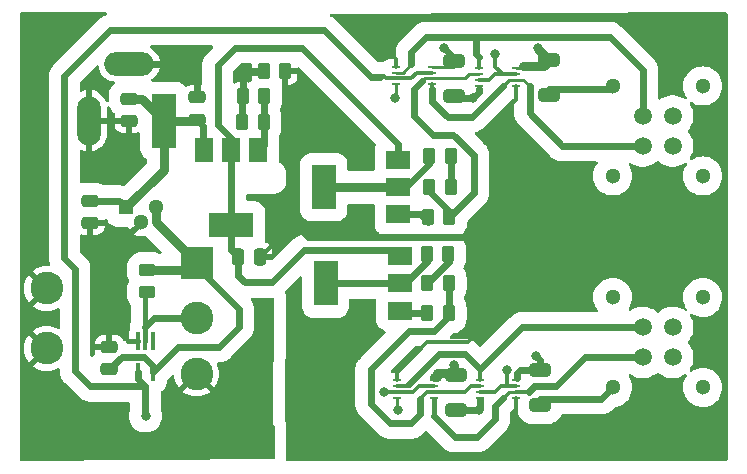
<source format=gbr>
%TF.GenerationSoftware,KiCad,Pcbnew,7.0.2*%
%TF.CreationDate,2023-05-26T14:56:53-03:00*%
%TF.ProjectId,Fonte-de-corrente-SWLS_V0,466f6e74-652d-4646-952d-636f7272656e,rev?*%
%TF.SameCoordinates,Original*%
%TF.FileFunction,Copper,L1,Top*%
%TF.FilePolarity,Positive*%
%FSLAX46Y46*%
G04 Gerber Fmt 4.6, Leading zero omitted, Abs format (unit mm)*
G04 Created by KiCad (PCBNEW 7.0.2) date 2023-05-26 14:56:53*
%MOMM*%
%LPD*%
G01*
G04 APERTURE LIST*
G04 Aperture macros list*
%AMRoundRect*
0 Rectangle with rounded corners*
0 $1 Rounding radius*
0 $2 $3 $4 $5 $6 $7 $8 $9 X,Y pos of 4 corners*
0 Add a 4 corners polygon primitive as box body*
4,1,4,$2,$3,$4,$5,$6,$7,$8,$9,$2,$3,0*
0 Add four circle primitives for the rounded corners*
1,1,$1+$1,$2,$3*
1,1,$1+$1,$4,$5*
1,1,$1+$1,$6,$7*
1,1,$1+$1,$8,$9*
0 Add four rect primitives between the rounded corners*
20,1,$1+$1,$2,$3,$4,$5,0*
20,1,$1+$1,$4,$5,$6,$7,0*
20,1,$1+$1,$6,$7,$8,$9,0*
20,1,$1+$1,$8,$9,$2,$3,0*%
G04 Aperture macros list end*
%TA.AperFunction,SMDPad,CuDef*%
%ADD10RoundRect,0.250000X-0.250000X-0.475000X0.250000X-0.475000X0.250000X0.475000X-0.250000X0.475000X0*%
%TD*%
%TA.AperFunction,ComponentPad*%
%ADD11C,2.775000*%
%TD*%
%TA.AperFunction,ComponentPad*%
%ADD12R,2.775000X2.775000*%
%TD*%
%TA.AperFunction,ComponentPad*%
%ADD13C,1.500000*%
%TD*%
%TA.AperFunction,ComponentPad*%
%ADD14C,1.300000*%
%TD*%
%TA.AperFunction,SMDPad,CuDef*%
%ADD15RoundRect,0.250000X-0.650000X0.325000X-0.650000X-0.325000X0.650000X-0.325000X0.650000X0.325000X0*%
%TD*%
%TA.AperFunction,SMDPad,CuDef*%
%ADD16RoundRect,0.250000X0.262500X0.450000X-0.262500X0.450000X-0.262500X-0.450000X0.262500X-0.450000X0*%
%TD*%
%TA.AperFunction,SMDPad,CuDef*%
%ADD17RoundRect,0.250000X-0.262500X-0.450000X0.262500X-0.450000X0.262500X0.450000X-0.262500X0.450000X0*%
%TD*%
%TA.AperFunction,SMDPad,CuDef*%
%ADD18R,0.750000X0.250000*%
%TD*%
%TA.AperFunction,SMDPad,CuDef*%
%ADD19R,0.400000X1.500000*%
%TD*%
%TA.AperFunction,SMDPad,CuDef*%
%ADD20RoundRect,0.250000X0.475000X-0.250000X0.475000X0.250000X-0.475000X0.250000X-0.475000X-0.250000X0*%
%TD*%
%TA.AperFunction,SMDPad,CuDef*%
%ADD21R,2.000000X1.500000*%
%TD*%
%TA.AperFunction,SMDPad,CuDef*%
%ADD22R,2.000000X3.800000*%
%TD*%
%TA.AperFunction,SMDPad,CuDef*%
%ADD23RoundRect,0.250000X-0.450000X0.262500X-0.450000X-0.262500X0.450000X-0.262500X0.450000X0.262500X0*%
%TD*%
%TA.AperFunction,SMDPad,CuDef*%
%ADD24RoundRect,0.250000X-0.475000X0.250000X-0.475000X-0.250000X0.475000X-0.250000X0.475000X0.250000X0*%
%TD*%
%TA.AperFunction,SMDPad,CuDef*%
%ADD25R,1.500000X2.000000*%
%TD*%
%TA.AperFunction,SMDPad,CuDef*%
%ADD26R,3.800000X2.000000*%
%TD*%
%TA.AperFunction,ComponentPad*%
%ADD27R,2.000000X4.600000*%
%TD*%
%TA.AperFunction,ComponentPad*%
%ADD28O,2.000000X4.200000*%
%TD*%
%TA.AperFunction,ComponentPad*%
%ADD29O,4.200000X2.000000*%
%TD*%
%TA.AperFunction,ComponentPad*%
%ADD30R,1.300000X1.300000*%
%TD*%
%TA.AperFunction,ViaPad*%
%ADD31C,0.800000*%
%TD*%
%TA.AperFunction,Conductor*%
%ADD32C,0.600000*%
%TD*%
%TA.AperFunction,Conductor*%
%ADD33C,0.800000*%
%TD*%
%TA.AperFunction,Conductor*%
%ADD34C,0.250000*%
%TD*%
%TA.AperFunction,Conductor*%
%ADD35C,0.300000*%
%TD*%
%TA.AperFunction,Conductor*%
%ADD36C,0.400000*%
%TD*%
G04 APERTURE END LIST*
D10*
%TO.P,C5,1*%
%TO.N,/5V_REG*%
X30546000Y-52959000D03*
%TO.P,C5,2*%
%TO.N,GNDA*%
X32446000Y-52959000D03*
%TD*%
D11*
%TO.P,SW1,S2*%
%TO.N,GND*%
X14351000Y-60706000D03*
%TO.P,SW1,S1*%
X14351000Y-55626000D03*
%TO.P,SW1,3,C*%
X27051000Y-62866000D03*
%TO.P,SW1,2,B*%
%TO.N,/IN*%
X27051000Y-58166000D03*
D12*
%TO.P,SW1,1,A*%
%TO.N,+5V*%
X27051000Y-53466000D03*
%TD*%
D13*
%TO.P,J2,1*%
%TO.N,/CH1+*%
X64829000Y-41021000D03*
%TO.P,J2,2*%
%TO.N,/CH1-*%
X64829000Y-43561000D03*
%TO.P,J2,3*%
%TO.N,unconnected-(J2-Pad3)*%
X67369000Y-43561000D03*
%TO.P,J2,4*%
%TO.N,unconnected-(J2-Pad4)*%
X67369000Y-41021000D03*
D14*
%TO.P,J2,5*%
%TO.N,GND*%
X62289000Y-38481000D03*
%TO.P,J2,6*%
X69909000Y-38481000D03*
%TO.P,J2,7*%
X69909000Y-46101000D03*
%TO.P,J2,8*%
X62289000Y-46101000D03*
%TD*%
%TO.P,J3,8*%
%TO.N,GND*%
X62289000Y-64008000D03*
%TO.P,J3,7*%
X69909000Y-64008000D03*
%TO.P,J3,6*%
X69909000Y-56388000D03*
%TO.P,J3,5*%
X62289000Y-56388000D03*
D13*
%TO.P,J3,4*%
%TO.N,unconnected-(J3-Pad4)*%
X67369000Y-58928000D03*
%TO.P,J3,3*%
%TO.N,unconnected-(J3-Pad3)*%
X67369000Y-61468000D03*
%TO.P,J3,2*%
%TO.N,/CH2-*%
X64829000Y-61468000D03*
%TO.P,J3,1*%
%TO.N,/CH2+*%
X64829000Y-58928000D03*
%TD*%
D15*
%TO.P,C9,1*%
%TO.N,+5V*%
X56123000Y-62549000D03*
%TO.P,C9,2*%
%TO.N,GND*%
X56123000Y-65499000D03*
%TD*%
%TO.P,C8,1*%
%TO.N,+5V*%
X49011000Y-62930000D03*
%TO.P,C8,2*%
%TO.N,GND*%
X49011000Y-65880000D03*
%TD*%
%TO.P,C7,2*%
%TO.N,GND*%
X48880000Y-39325000D03*
%TO.P,C7,1*%
%TO.N,+5V*%
X48880000Y-36375000D03*
%TD*%
%TO.P,C6,1*%
%TO.N,+5V*%
X56896000Y-36298000D03*
%TO.P,C6,2*%
%TO.N,GND*%
X56896000Y-39248000D03*
%TD*%
D16*
%TO.P,R1,1*%
%TO.N,Net-(U2-SET)*%
X32728500Y-41529000D03*
%TO.P,R1,2*%
%TO.N,GND*%
X30903500Y-41529000D03*
%TD*%
D17*
%TO.P,R5,1*%
%TO.N,Net-(R5-Pad1)*%
X46537500Y-52700000D03*
%TO.P,R5,2*%
%TO.N,Net-(R5-Pad2)*%
X48362500Y-52700000D03*
%TD*%
%TO.P,R4,2*%
%TO.N,Net-(R4-Pad2)*%
X48593500Y-44383000D03*
%TO.P,R4,1*%
%TO.N,Net-(R4-Pad1)*%
X46768500Y-44383000D03*
%TD*%
D18*
%TO.P,U6,1,NO1*%
%TO.N,/CH2+*%
X51017000Y-63389000D03*
%TO.P,U6,2,COM1*%
%TO.N,/1mADC_CH2*%
X51017000Y-63889000D03*
%TO.P,U6,3,IN2*%
%TO.N,/IN*%
X51017000Y-64389000D03*
%TO.P,U6,4,GND*%
%TO.N,GND*%
X51017000Y-64889000D03*
%TO.P,U6,5,NO2*%
%TO.N,GNDA*%
X54117000Y-64889000D03*
%TO.P,U6,6,COM2*%
%TO.N,/CH2-*%
X54117000Y-64389000D03*
%TO.P,U6,7,IN1*%
%TO.N,/IN*%
X54117000Y-63889000D03*
%TO.P,U6,8,VDD*%
%TO.N,+5V*%
X54117000Y-63389000D03*
%TD*%
D19*
%TO.P,U5,5,VCC*%
%TO.N,+5V*%
X23368000Y-62731000D03*
%TO.P,U5,4*%
%TO.N,/~{IN}*%
X22068000Y-62731000D03*
%TO.P,U5,3,GND*%
%TO.N,GND*%
X22068000Y-60071000D03*
%TO.P,U5,2*%
%TO.N,/IN*%
X22718000Y-60071000D03*
%TO.P,U5,1*%
%TO.N,N/C*%
X23368000Y-60071000D03*
%TD*%
D17*
%TO.P,R10,1*%
%TO.N,GND*%
X32742500Y-37211000D03*
%TO.P,R10,2*%
%TO.N,GNDA*%
X34567500Y-37211000D03*
%TD*%
D20*
%TO.P,C10,1*%
%TO.N,+5V*%
X19670000Y-62478000D03*
%TO.P,C10,2*%
%TO.N,GND*%
X19670000Y-60578000D03*
%TD*%
D18*
%TO.P,U8,1,NO1*%
%TO.N,GNDA*%
X43901000Y-36846000D03*
%TO.P,U8,2,COM1*%
%TO.N,/CH1+*%
X43901000Y-37346000D03*
%TO.P,U8,3,IN2*%
%TO.N,/~{IN}*%
X43901000Y-37846000D03*
%TO.P,U8,4,GND*%
%TO.N,GND*%
X43901000Y-38346000D03*
%TO.P,U8,5,NO2*%
%TO.N,/CH1-*%
X47001000Y-38346000D03*
%TO.P,U8,6,COM2*%
%TO.N,/1mADC_CH1*%
X47001000Y-37846000D03*
%TO.P,U8,7,IN1*%
%TO.N,/~{IN}*%
X47001000Y-37346000D03*
%TO.P,U8,8,VDD*%
%TO.N,+5V*%
X47001000Y-36846000D03*
%TD*%
D17*
%TO.P,R7,1*%
%TO.N,Net-(R7-Pad1)*%
X46575750Y-57728250D03*
%TO.P,R7,2*%
%TO.N,/1mADC_CH2*%
X48400750Y-57728250D03*
%TD*%
D18*
%TO.P,U7,1,NO1*%
%TO.N,/CH1+*%
X50960500Y-36977000D03*
%TO.P,U7,2,COM1*%
%TO.N,/1mADC_CH1*%
X50960500Y-37477000D03*
%TO.P,U7,3,IN2*%
%TO.N,/IN*%
X50960500Y-37977000D03*
%TO.P,U7,4,GND*%
%TO.N,GND*%
X50960500Y-38477000D03*
%TO.P,U7,5,NO2*%
%TO.N,GNDA*%
X54060500Y-38477000D03*
%TO.P,U7,6,COM2*%
%TO.N,/CH1-*%
X54060500Y-37977000D03*
%TO.P,U7,7,IN1*%
%TO.N,/IN*%
X54060500Y-37477000D03*
%TO.P,U7,8,VDD*%
%TO.N,+5V*%
X54060500Y-36977000D03*
%TD*%
D17*
%TO.P,R9,1*%
%TO.N,Net-(R5-Pad2)*%
X46575750Y-55188250D03*
%TO.P,R9,2*%
%TO.N,/1mADC_CH2*%
X48400750Y-55188250D03*
%TD*%
D21*
%TO.P,U3,3*%
%TO.N,/5V_REG*%
X44125000Y-44750000D03*
D22*
%TO.P,U3,2*%
%TO.N,Net-(R4-Pad1)*%
X37825000Y-47050000D03*
D21*
X44125000Y-47050000D03*
%TO.P,U3,1*%
%TO.N,Net-(R6-Pad1)*%
X44125000Y-49350000D03*
%TD*%
D16*
%TO.P,R8,2*%
%TO.N,/1mADC_CH1*%
X46768500Y-47050000D03*
%TO.P,R8,1*%
%TO.N,Net-(R4-Pad2)*%
X48593500Y-47050000D03*
%TD*%
D17*
%TO.P,R6,2*%
%TO.N,/1mADC_CH1*%
X48462500Y-49600000D03*
%TO.P,R6,1*%
%TO.N,Net-(R6-Pad1)*%
X46637500Y-49600000D03*
%TD*%
D23*
%TO.P,R3,1*%
%TO.N,+5V*%
X22860000Y-54078500D03*
%TO.P,R3,2*%
%TO.N,/IN*%
X22860000Y-55903500D03*
%TD*%
D20*
%TO.P,C1,1*%
%TO.N,/VIN*%
X27051000Y-41336000D03*
%TO.P,C1,2*%
%TO.N,GND*%
X27051000Y-39436000D03*
%TD*%
D16*
%TO.P,R2,1*%
%TO.N,Net-(U2-SET)*%
X32789500Y-39370000D03*
%TO.P,R2,2*%
%TO.N,GND*%
X30964500Y-39370000D03*
%TD*%
D24*
%TO.P,C2,1*%
%TO.N,/VIN*%
X18034000Y-48199000D03*
%TO.P,C2,2*%
%TO.N,GND*%
X18034000Y-50099000D03*
%TD*%
D25*
%TO.P,U2,1,SET*%
%TO.N,Net-(U2-SET)*%
X32272000Y-43942000D03*
%TO.P,U2,2,OUT*%
%TO.N,/5V_REG*%
X29972000Y-43942000D03*
%TO.P,U2,3,IN*%
%TO.N,/VIN*%
X27672000Y-43942000D03*
D26*
%TO.P,U2,4,OUT*%
%TO.N,/5V_REG*%
X29972000Y-50242000D03*
%TD*%
D21*
%TO.P,U4,1*%
%TO.N,Net-(R7-Pad1)*%
X44275000Y-57500000D03*
%TO.P,U4,2*%
%TO.N,Net-(R5-Pad1)*%
X44275000Y-55200000D03*
D22*
X37975000Y-55200000D03*
D21*
%TO.P,U4,3*%
%TO.N,/5V_REG*%
X44275000Y-52900000D03*
%TD*%
D24*
%TO.P,C3,1*%
%TO.N,/VIN*%
X21336000Y-39563000D03*
%TO.P,C3,2*%
%TO.N,GND*%
X21336000Y-41463000D03*
%TD*%
D18*
%TO.P,U9,1,NO1*%
%TO.N,GNDA*%
X44032000Y-63401000D03*
%TO.P,U9,2,COM1*%
%TO.N,/CH2+*%
X44032000Y-63901000D03*
%TO.P,U9,3,IN2*%
%TO.N,/~{IN}*%
X44032000Y-64401000D03*
%TO.P,U9,4,GND*%
%TO.N,GND*%
X44032000Y-64901000D03*
%TO.P,U9,5,NO2*%
%TO.N,/CH2-*%
X47132000Y-64901000D03*
%TO.P,U9,6,COM2*%
%TO.N,/1mADC_CH2*%
X47132000Y-64401000D03*
%TO.P,U9,7,IN1*%
%TO.N,/~{IN}*%
X47132000Y-63901000D03*
%TO.P,U9,8,VDD*%
%TO.N,+5V*%
X47132000Y-63401000D03*
%TD*%
D27*
%TO.P,J4,1*%
%TO.N,/VIN*%
X24257000Y-41417000D03*
D28*
%TO.P,J4,2*%
%TO.N,GND*%
X17957000Y-41417000D03*
D29*
%TO.P,J4,3*%
X21357000Y-36617000D03*
%TD*%
D30*
%TO.P,U1,1,VI*%
%TO.N,/VIN*%
X21082000Y-48768000D03*
D14*
%TO.P,U1,2,GND*%
%TO.N,GND*%
X22352000Y-50038000D03*
%TO.P,U1,3,VO*%
%TO.N,+5V*%
X23622000Y-48768000D03*
%TD*%
D31*
%TO.N,+5V*%
X55992000Y-35233000D03*
X47991000Y-35233000D03*
%TO.N,GND*%
X50950000Y-65900000D03*
%TO.N,+5V*%
X55832236Y-61367764D03*
X48852472Y-62135000D03*
%TO.N,GND*%
X50419000Y-39497000D03*
X30988000Y-37338000D03*
X44069000Y-65913000D03*
X43815000Y-39497000D03*
%TO.N,/IN*%
X53297472Y-62516000D03*
X52324000Y-35814000D03*
%TO.N,/~{IN}*%
X42926000Y-64421000D03*
X22733000Y-66421000D03*
%TD*%
D32*
%TO.N,/1mADC_CH1*%
X46768500Y-47418500D02*
X48462500Y-49112500D01*
X46768500Y-47050000D02*
X46768500Y-47418500D01*
X48462500Y-49112500D02*
X48462500Y-49600000D01*
X45500000Y-38700000D02*
X46100000Y-38100000D01*
X48802000Y-42600000D02*
X47050000Y-42600000D01*
X50500000Y-47562500D02*
X50500000Y-44298000D01*
X50500000Y-44298000D02*
X48802000Y-42600000D01*
X47050000Y-42600000D02*
X45500000Y-41050000D01*
X48462500Y-49600000D02*
X50500000Y-47562500D01*
X45500000Y-41050000D02*
X45500000Y-38700000D01*
D33*
%TO.N,+5V*%
X56442000Y-36752000D02*
X54700000Y-36752000D01*
X56896000Y-36298000D02*
X56442000Y-36752000D01*
X55992000Y-35394000D02*
X56896000Y-36298000D01*
X55992000Y-35233000D02*
X55992000Y-35394000D01*
D34*
X54673000Y-36977000D02*
X54700000Y-36950000D01*
X54060500Y-36977000D02*
X54673000Y-36977000D01*
D32*
X48880000Y-36375000D02*
X48880000Y-36122000D01*
X48880000Y-36122000D02*
X47991000Y-35233000D01*
%TO.N,GNDA*%
X36450000Y-51250000D02*
X35800000Y-50600000D01*
X50621000Y-51250000D02*
X36450000Y-51250000D01*
X50700000Y-51171000D02*
X50621000Y-51250000D01*
%TO.N,/5V_REG*%
X43775000Y-52400000D02*
X44275000Y-52900000D01*
X33450000Y-55118000D02*
X36168000Y-52400000D01*
X36168000Y-52400000D02*
X43775000Y-52400000D01*
D35*
%TO.N,GNDA*%
X43901000Y-36201000D02*
X42750000Y-35050000D01*
X43901000Y-36846000D02*
X43901000Y-36201000D01*
X54060500Y-39639500D02*
X53575000Y-40125000D01*
X54060500Y-39201500D02*
X54060500Y-39639500D01*
D32*
%TO.N,+5V*%
X56123000Y-61658528D02*
X55832236Y-61367764D01*
X56123000Y-62549000D02*
X56123000Y-61658528D01*
%TO.N,GND*%
X21357000Y-36617000D02*
X24550000Y-36617000D01*
X25117000Y-36617000D02*
X25150000Y-36650000D01*
D35*
%TO.N,GNDA*%
X32491000Y-52959000D02*
X34650000Y-50800000D01*
X32446000Y-52959000D02*
X32491000Y-52959000D01*
D36*
%TO.N,/CH2-*%
X47132000Y-65068000D02*
X47132000Y-66436000D01*
X47150000Y-65050000D02*
X47132000Y-65068000D01*
D32*
%TO.N,GND*%
X56896000Y-38723000D02*
X62047000Y-38723000D01*
X62047000Y-38723000D02*
X62289000Y-38481000D01*
%TO.N,/CH1-*%
X55245000Y-40795000D02*
X58011000Y-43561000D01*
X55245000Y-38511500D02*
X55245000Y-40795000D01*
X58011000Y-43561000D02*
X64829000Y-43561000D01*
D35*
%TO.N,GNDA*%
X54117000Y-66517000D02*
X54500000Y-66900000D01*
X54117000Y-65390000D02*
X54117000Y-66517000D01*
D32*
%TO.N,/CH2-*%
X52300000Y-65556000D02*
X52959000Y-64897000D01*
X50800000Y-68200000D02*
X52300000Y-66700000D01*
X52300000Y-66700000D02*
X52300000Y-65556000D01*
X47132000Y-66436000D02*
X48896000Y-68200000D01*
X48896000Y-68200000D02*
X50800000Y-68200000D01*
%TO.N,/5V_REG*%
X35950000Y-35250000D02*
X44125000Y-43425000D01*
X28829000Y-36703000D02*
X30282000Y-35250000D01*
X28829000Y-41783000D02*
X28829000Y-36703000D01*
X30282000Y-35250000D02*
X35950000Y-35250000D01*
X29972000Y-42926000D02*
X28829000Y-41783000D01*
X44125000Y-43425000D02*
X44125000Y-44750000D01*
X29972000Y-43942000D02*
X29972000Y-42926000D01*
%TO.N,/~{IN}*%
X18066500Y-63913500D02*
X22700500Y-63913500D01*
X16764000Y-53948949D02*
X16764000Y-62611000D01*
X19755000Y-33750000D02*
X15857000Y-37648000D01*
X15857000Y-37648000D02*
X15857000Y-53041949D01*
X41783000Y-37719000D02*
X37814000Y-33750000D01*
X15857000Y-53041949D02*
X16764000Y-53948949D01*
X42599000Y-37719000D02*
X41783000Y-37719000D01*
X37814000Y-33750000D02*
X19755000Y-33750000D01*
X16764000Y-62611000D02*
X18066500Y-63913500D01*
D35*
%TO.N,GNDA*%
X50050000Y-60200000D02*
X51625000Y-58625000D01*
X44050000Y-62750000D02*
X46600000Y-60200000D01*
X51700000Y-58550000D02*
X51850000Y-58550000D01*
X44032000Y-62768000D02*
X44050000Y-62750000D01*
X46600000Y-60200000D02*
X50050000Y-60200000D01*
X44032000Y-63401000D02*
X44032000Y-62768000D01*
D32*
%TO.N,/CH2+*%
X49800000Y-61200000D02*
X51054000Y-62454000D01*
X45064348Y-63714348D02*
X47578696Y-61200000D01*
X47578696Y-61200000D02*
X49800000Y-61200000D01*
%TO.N,/1mADC_CH2*%
X48400750Y-57959253D02*
X48400750Y-57728250D01*
X45067000Y-59200000D02*
X47160003Y-59200000D01*
X41783000Y-62484000D02*
X45067000Y-59200000D01*
X41783000Y-65405000D02*
X41783000Y-62484000D01*
X43434000Y-67056000D02*
X41783000Y-65405000D01*
X45212000Y-67056000D02*
X43434000Y-67056000D01*
X45974000Y-64959000D02*
X45974000Y-66294000D01*
X45974000Y-66294000D02*
X45212000Y-67056000D01*
X47160003Y-59200000D02*
X48400750Y-57959253D01*
D33*
%TO.N,+5V*%
X47400000Y-63133000D02*
X47382000Y-63151000D01*
X48881000Y-62800000D02*
X47400000Y-62800000D01*
X49011000Y-62930000D02*
X48881000Y-62800000D01*
X47400000Y-62800000D02*
X47400000Y-63133000D01*
X47382000Y-63151000D02*
X47132000Y-63151000D01*
D32*
X54197472Y-62752528D02*
X54197472Y-63239000D01*
X56123000Y-62549000D02*
X54401000Y-62549000D01*
X54401000Y-62549000D02*
X54197472Y-62752528D01*
%TO.N,GND*%
X51017000Y-65833000D02*
X51017000Y-65089000D01*
X50950000Y-65900000D02*
X51017000Y-65833000D01*
X50930000Y-65880000D02*
X50950000Y-65900000D01*
X49011000Y-65880000D02*
X50930000Y-65880000D01*
D33*
%TO.N,+5V*%
X48852472Y-62771472D02*
X49011000Y-62930000D01*
X48852472Y-62135000D02*
X48852472Y-62771472D01*
D34*
%TO.N,/1mADC_CH1*%
X46100000Y-38097000D02*
X46100000Y-38100000D01*
X46351000Y-37846000D02*
X46100000Y-38097000D01*
X47001000Y-37846000D02*
X46351000Y-37846000D01*
D32*
%TO.N,/CH1-*%
X48300000Y-41100000D02*
X50400000Y-41100000D01*
X50400000Y-41100000D02*
X53000000Y-38500000D01*
X47000000Y-39800000D02*
X48300000Y-41100000D01*
X47000000Y-38750000D02*
X47000000Y-39800000D01*
D34*
X53000000Y-38500000D02*
X53523000Y-37977000D01*
X53523000Y-37977000D02*
X54060500Y-37977000D01*
D36*
X47001000Y-38749000D02*
X47000000Y-38750000D01*
D35*
X47001000Y-38346000D02*
X47001000Y-38749000D01*
D32*
%TO.N,GND*%
X50960500Y-38955500D02*
X50960500Y-38702000D01*
X50419000Y-39497000D02*
X50960500Y-38955500D01*
X49052000Y-39497000D02*
X48880000Y-39325000D01*
X50419000Y-39497000D02*
X49052000Y-39497000D01*
D35*
%TO.N,/IN*%
X52335629Y-64389000D02*
X52835629Y-63889000D01*
X52835629Y-63889000D02*
X53365960Y-63889000D01*
X51017000Y-64389000D02*
X52335629Y-64389000D01*
D36*
%TO.N,/CH2+*%
X51054000Y-62454000D02*
X51054000Y-62484000D01*
D35*
X44877696Y-63901000D02*
X45064348Y-63714348D01*
X44032000Y-63901000D02*
X44877696Y-63901000D01*
D32*
%TO.N,/5V_REG*%
X31115000Y-55118000D02*
X33450000Y-55118000D01*
D33*
%TO.N,/VIN*%
X27051000Y-41336000D02*
X26970000Y-41417000D01*
X24257000Y-41417000D02*
X24257000Y-45593000D01*
X26970000Y-41417000D02*
X24257000Y-41417000D01*
X24257000Y-45593000D02*
X21082000Y-48768000D01*
D32*
X27559000Y-41844000D02*
X27559000Y-43829000D01*
D33*
X21336000Y-39563000D02*
X22403000Y-39563000D01*
D32*
X27559000Y-43829000D02*
X27672000Y-43942000D01*
X27051000Y-41336000D02*
X27559000Y-41844000D01*
X18034000Y-48199000D02*
X20513000Y-48199000D01*
X20513000Y-48199000D02*
X21082000Y-48768000D01*
D33*
X22403000Y-39563000D02*
X24257000Y-41417000D01*
D32*
%TO.N,GND*%
X30964500Y-39370000D02*
X30964500Y-37361500D01*
D34*
X43901000Y-38346000D02*
X43901000Y-39411000D01*
D32*
X61323000Y-64974000D02*
X62289000Y-64008000D01*
D34*
X44032000Y-65876000D02*
X44069000Y-65913000D01*
D32*
X30988000Y-37338000D02*
X32615500Y-37338000D01*
X30903500Y-39431000D02*
X30964500Y-39370000D01*
D36*
X22352000Y-50038000D02*
X21209000Y-51181000D01*
D34*
X44032000Y-64901000D02*
X44032000Y-65876000D01*
D32*
X27051000Y-39436000D02*
X27051000Y-37592000D01*
X56123000Y-64974000D02*
X61323000Y-64974000D01*
D34*
X43901000Y-39411000D02*
X43815000Y-39497000D01*
D32*
X32615500Y-37338000D02*
X32742500Y-37211000D01*
X30964500Y-37361500D02*
X30988000Y-37338000D01*
X30903500Y-41529000D02*
X30903500Y-39431000D01*
D36*
X22068000Y-60071000D02*
X21209000Y-60071000D01*
D32*
%TO.N,+5V*%
X28956000Y-60579000D02*
X25520000Y-60579000D01*
X23368000Y-62731000D02*
X23368000Y-62181000D01*
X22588000Y-61401000D02*
X20747000Y-61401000D01*
D33*
X23622000Y-48768000D02*
X23622000Y-50037000D01*
D32*
X23368000Y-62181000D02*
X22588000Y-61401000D01*
X30607000Y-58928000D02*
X28956000Y-60579000D01*
X20747000Y-61401000D02*
X19670000Y-62478000D01*
X25520000Y-60579000D02*
X23368000Y-62731000D01*
D33*
X23622000Y-50037000D02*
X27051000Y-53466000D01*
X26438500Y-54078500D02*
X27051000Y-53466000D01*
D34*
X47001000Y-36846000D02*
X48826000Y-36846000D01*
D33*
X22860000Y-54078500D02*
X26438500Y-54078500D01*
D32*
X30607000Y-57404000D02*
X30607000Y-58928000D01*
X27051000Y-53466000D02*
X27051000Y-53848000D01*
X27051000Y-53848000D02*
X30607000Y-57404000D01*
%TO.N,/5V_REG*%
X30546000Y-54549000D02*
X31115000Y-55118000D01*
X29972000Y-52385000D02*
X30546000Y-52959000D01*
X29972000Y-50242000D02*
X29972000Y-52385000D01*
X29972000Y-43942000D02*
X29972000Y-50242000D01*
X30546000Y-52959000D02*
X30546000Y-54549000D01*
%TO.N,/CH1+*%
X45211000Y-35614000D02*
X46492000Y-34333000D01*
D34*
X43901000Y-37346000D02*
X44501000Y-37346000D01*
D32*
X45211000Y-36636000D02*
X45211000Y-35614000D01*
X62019000Y-34333000D02*
X64829000Y-37143000D01*
D34*
X44501000Y-37346000D02*
X45211000Y-36636000D01*
D32*
X50673000Y-35742000D02*
X50960500Y-36029500D01*
D35*
X50960500Y-36029500D02*
X50960500Y-36977000D01*
D32*
X46492000Y-34333000D02*
X50673000Y-34333000D01*
X50673000Y-34333000D02*
X50673000Y-35742000D01*
X64829000Y-37143000D02*
X64829000Y-41021000D01*
X50673000Y-34333000D02*
X62019000Y-34333000D01*
D34*
%TO.N,/CH1-*%
X54060500Y-37977000D02*
X54710500Y-37977000D01*
X54710500Y-37977000D02*
X55245000Y-38511500D01*
D35*
%TO.N,/CH2+*%
X51017000Y-62521000D02*
X51017000Y-63389000D01*
D32*
X55118000Y-58928000D02*
X64829000Y-58928000D01*
X54610000Y-58928000D02*
X55118000Y-58928000D01*
X51054000Y-62484000D02*
X54610000Y-58928000D01*
%TO.N,/CH2-*%
X55645827Y-63913000D02*
X57488472Y-63913000D01*
D34*
X52959000Y-64897000D02*
X53467000Y-64389000D01*
D32*
X55169827Y-64389000D02*
X55645827Y-63913000D01*
X59933472Y-61468000D02*
X60833000Y-61468000D01*
D34*
X53467000Y-64389000D02*
X54117000Y-64389000D01*
D32*
X57488472Y-63913000D02*
X59933472Y-61468000D01*
X60833000Y-61468000D02*
X64829000Y-61468000D01*
D35*
X54117000Y-64389000D02*
X55169827Y-64389000D01*
D32*
%TO.N,Net-(U2-SET)*%
X32789500Y-41468000D02*
X32728500Y-41529000D01*
X32789500Y-39370000D02*
X32789500Y-41468000D01*
X32728500Y-43485500D02*
X32272000Y-43942000D01*
X32728500Y-41529000D02*
X32728500Y-43485500D01*
%TO.N,Net-(R4-Pad1)*%
X44775000Y-47050000D02*
X46768500Y-45056500D01*
D36*
X46768500Y-45056500D02*
X46768500Y-44383000D01*
X44125000Y-47050000D02*
X44775000Y-47050000D01*
D33*
X44125000Y-47050000D02*
X37825000Y-47050000D01*
D32*
%TO.N,Net-(R4-Pad2)*%
X48593500Y-44383000D02*
X48593500Y-47050000D01*
%TO.N,Net-(R5-Pad1)*%
X44725000Y-55200000D02*
X46575750Y-53349250D01*
X44275000Y-55200000D02*
X44725000Y-55200000D01*
X44275000Y-55200000D02*
X37975000Y-55200000D01*
X46575750Y-53349250D02*
X46575750Y-52521250D01*
%TO.N,Net-(R5-Pad2)*%
X48400750Y-53363250D02*
X46575750Y-55188250D01*
X48400750Y-52521250D02*
X48400750Y-53363250D01*
%TO.N,Net-(R6-Pad1)*%
X46020500Y-49350000D02*
X46641500Y-49971000D01*
X44125000Y-49350000D02*
X46020500Y-49350000D01*
D34*
%TO.N,/1mADC_CH1*%
X49773000Y-37846000D02*
X50150000Y-37469000D01*
X50150000Y-37469000D02*
X50158000Y-37477000D01*
X47001000Y-37846000D02*
X49773000Y-37846000D01*
X50158000Y-37477000D02*
X50960500Y-37477000D01*
D32*
%TO.N,Net-(R7-Pad1)*%
X44503250Y-57728250D02*
X44275000Y-57500000D01*
X46575750Y-57728250D02*
X44503250Y-57728250D01*
D35*
%TO.N,/1mADC_CH2*%
X49777000Y-64401000D02*
X50289000Y-63889000D01*
X50289000Y-63889000D02*
X51017000Y-63889000D01*
X46532000Y-64401000D02*
X47132000Y-64401000D01*
X45974000Y-64959000D02*
X46532000Y-64401000D01*
D32*
X48400750Y-55188250D02*
X48400750Y-57728250D01*
D35*
X47132000Y-64401000D02*
X49777000Y-64401000D01*
%TO.N,/IN*%
X52324000Y-36842000D02*
X52959000Y-37477000D01*
X52959000Y-37477000D02*
X54060500Y-37477000D01*
D36*
X22718000Y-60071000D02*
X22718000Y-56045500D01*
D32*
X23473000Y-58166000D02*
X27051000Y-58166000D01*
D36*
X22718000Y-60071000D02*
X22718000Y-58921000D01*
D35*
X52312000Y-37477000D02*
X52959000Y-37477000D01*
D32*
X22718000Y-58921000D02*
X23473000Y-58166000D01*
D35*
X52324000Y-35814000D02*
X52324000Y-36842000D01*
X50960500Y-37977000D02*
X51812000Y-37977000D01*
X53365960Y-63889000D02*
X54117000Y-63889000D01*
X53365960Y-62584488D02*
X53365960Y-63889000D01*
D36*
X22718000Y-56045500D02*
X22860000Y-55903500D01*
D35*
X51812000Y-37977000D02*
X52312000Y-37477000D01*
D32*
%TO.N,/~{IN}*%
X22700500Y-66388500D02*
X22733000Y-66421000D01*
D35*
X42926000Y-64421000D02*
X44012000Y-64421000D01*
D32*
X22068000Y-63281000D02*
X22700500Y-63913500D01*
D35*
X45403000Y-64401000D02*
X45903000Y-63901000D01*
D32*
X22068000Y-62731000D02*
X22068000Y-63281000D01*
D35*
X42911000Y-37646000D02*
X43111000Y-37846000D01*
D34*
X42657000Y-37646000D02*
X42672000Y-37646000D01*
D35*
X45201000Y-37846000D02*
X45701000Y-37346000D01*
D32*
X22700500Y-63913500D02*
X22700500Y-66388500D01*
D35*
X44032000Y-64401000D02*
X45403000Y-64401000D01*
X45701000Y-37346000D02*
X47001000Y-37346000D01*
X43111000Y-37846000D02*
X43901000Y-37846000D01*
X42672000Y-37646000D02*
X42911000Y-37646000D01*
X45903000Y-63901000D02*
X47132000Y-63901000D01*
X43901000Y-37846000D02*
X45201000Y-37846000D01*
%TO.N,GNDA*%
X54117000Y-64889000D02*
X54117000Y-65390000D01*
X54060500Y-38477000D02*
X54060500Y-39201500D01*
%TD*%
%TA.AperFunction,Conductor*%
%TO.N,GNDA*%
G36*
X71951539Y-32278184D02*
G01*
X71997294Y-32330988D01*
X72008500Y-32382499D01*
X72008500Y-70106500D01*
X71988815Y-70173539D01*
X71936011Y-70219294D01*
X71884500Y-70230500D01*
X34772350Y-70230500D01*
X34705311Y-70210815D01*
X34659556Y-70158011D01*
X34648986Y-70093955D01*
X34660182Y-69983850D01*
X34660500Y-69980727D01*
X34660499Y-67311291D01*
X34655898Y-67215211D01*
X34653634Y-67191626D01*
X34629769Y-67064095D01*
X34620651Y-67015367D01*
X34620650Y-67015364D01*
X34546385Y-66827037D01*
X34537748Y-66780263D01*
X34644269Y-56554266D01*
X34644304Y-56537448D01*
X34622445Y-56335177D01*
X34611246Y-56282374D01*
X34602400Y-56248962D01*
X34585615Y-56185562D01*
X34508991Y-56009255D01*
X34500323Y-55939925D01*
X34530514Y-55876915D01*
X34535015Y-55872168D01*
X35762821Y-54644362D01*
X35824142Y-54610879D01*
X35893834Y-54615863D01*
X35949767Y-54657735D01*
X35974184Y-54723199D01*
X35974500Y-54732045D01*
X35974500Y-57155292D01*
X35974500Y-57155314D01*
X35974501Y-57158036D01*
X35974742Y-57160751D01*
X35974743Y-57160765D01*
X35985114Y-57277417D01*
X36041091Y-57473050D01*
X36135301Y-57653406D01*
X36146398Y-57667015D01*
X36263891Y-57811109D01*
X36421593Y-57939698D01*
X36601951Y-58033909D01*
X36797582Y-58089886D01*
X36916963Y-58100500D01*
X39033036Y-58100499D01*
X39152418Y-58089886D01*
X39348049Y-58033909D01*
X39528407Y-57939698D01*
X39686109Y-57811109D01*
X39814698Y-57653407D01*
X39908909Y-57473049D01*
X39964886Y-57277418D01*
X39975500Y-57158037D01*
X39975500Y-56624499D01*
X39995185Y-56557461D01*
X40047989Y-56511706D01*
X40099500Y-56500500D01*
X42156009Y-56500500D01*
X42223048Y-56520185D01*
X42268803Y-56572989D01*
X42279522Y-56635482D01*
X42274742Y-56689235D01*
X42274741Y-56689247D01*
X42274500Y-56691963D01*
X42274500Y-56694705D01*
X42274500Y-56694706D01*
X42274500Y-58305292D01*
X42274500Y-58305314D01*
X42274501Y-58308036D01*
X42274742Y-58310751D01*
X42274743Y-58310765D01*
X42285114Y-58427417D01*
X42341091Y-58623050D01*
X42435301Y-58803406D01*
X42435302Y-58803407D01*
X42563891Y-58961109D01*
X42721593Y-59089698D01*
X42901951Y-59183909D01*
X42965310Y-59202038D01*
X43024346Y-59239403D01*
X43053811Y-59302757D01*
X43044346Y-59371982D01*
X43018879Y-59408934D01*
X40943864Y-61483950D01*
X40782953Y-61644860D01*
X40753360Y-61687122D01*
X40746778Y-61695700D01*
X40713624Y-61735212D01*
X40687824Y-61779897D01*
X40682015Y-61789015D01*
X40652430Y-61831268D01*
X40630630Y-61878015D01*
X40625639Y-61887603D01*
X40599842Y-61932286D01*
X40582198Y-61980763D01*
X40578060Y-61990755D01*
X40556259Y-62037507D01*
X40542906Y-62087339D01*
X40539655Y-62097650D01*
X40522016Y-62146116D01*
X40513056Y-62196923D01*
X40510716Y-62207477D01*
X40497365Y-62257307D01*
X40492868Y-62308696D01*
X40491456Y-62319415D01*
X40482499Y-62370217D01*
X40482499Y-62610052D01*
X40482500Y-62610061D01*
X40482500Y-65280951D01*
X40482499Y-65280965D01*
X40482499Y-65518781D01*
X40491456Y-65569582D01*
X40492868Y-65580302D01*
X40497365Y-65631693D01*
X40510716Y-65681521D01*
X40513057Y-65692079D01*
X40522014Y-65742877D01*
X40539655Y-65791346D01*
X40542906Y-65801660D01*
X40556258Y-65851490D01*
X40556261Y-65851496D01*
X40578066Y-65898256D01*
X40582201Y-65908241D01*
X40599842Y-65956713D01*
X40625638Y-66001392D01*
X40630633Y-66010986D01*
X40652433Y-66057736D01*
X40682015Y-66099983D01*
X40687827Y-66109106D01*
X40713620Y-66153782D01*
X40713622Y-66153784D01*
X40713623Y-66153786D01*
X40746792Y-66193315D01*
X40753358Y-66201873D01*
X40771305Y-66227504D01*
X40782954Y-66244141D01*
X40952540Y-66413726D01*
X40952546Y-66413731D01*
X42427715Y-67888900D01*
X42427728Y-67888915D01*
X42594858Y-68056045D01*
X42637112Y-68085631D01*
X42645694Y-68092216D01*
X42685215Y-68125377D01*
X42729888Y-68151169D01*
X42739011Y-68156981D01*
X42781266Y-68186568D01*
X42828016Y-68208368D01*
X42837594Y-68213353D01*
X42882285Y-68239156D01*
X42930766Y-68256801D01*
X42940744Y-68260935D01*
X42984493Y-68281335D01*
X42987504Y-68282739D01*
X43037325Y-68296088D01*
X43037329Y-68296089D01*
X43047647Y-68299342D01*
X43068864Y-68307064D01*
X43096121Y-68316985D01*
X43146919Y-68325942D01*
X43157474Y-68328282D01*
X43207306Y-68341635D01*
X43258687Y-68346130D01*
X43269413Y-68347541D01*
X43320221Y-68356501D01*
X43558036Y-68356501D01*
X43558048Y-68356500D01*
X45087952Y-68356500D01*
X45087964Y-68356501D01*
X45098221Y-68356501D01*
X45325778Y-68356501D01*
X45325779Y-68356501D01*
X45376591Y-68347540D01*
X45387312Y-68346130D01*
X45438686Y-68341636D01*
X45438688Y-68341635D01*
X45438692Y-68341635D01*
X45488546Y-68328275D01*
X45499048Y-68325947D01*
X45549880Y-68316985D01*
X45598380Y-68299331D01*
X45608643Y-68296095D01*
X45658496Y-68282739D01*
X45705240Y-68260940D01*
X45715235Y-68256800D01*
X45763715Y-68239156D01*
X45808398Y-68213356D01*
X45817982Y-68208368D01*
X45864734Y-68186568D01*
X45907003Y-68156969D01*
X45916089Y-68151181D01*
X45960786Y-68125377D01*
X46000306Y-68092214D01*
X46008873Y-68085640D01*
X46051139Y-68056047D01*
X46212047Y-67895139D01*
X46212047Y-67895138D01*
X46226271Y-67880915D01*
X46226275Y-67880908D01*
X46394321Y-67712862D01*
X46455641Y-67679380D01*
X46525333Y-67684364D01*
X46569680Y-67712865D01*
X47889715Y-69032900D01*
X47889728Y-69032915D01*
X48056858Y-69200045D01*
X48099117Y-69229634D01*
X48107686Y-69236208D01*
X48147214Y-69269377D01*
X48191900Y-69295176D01*
X48201002Y-69300974D01*
X48243266Y-69330568D01*
X48290021Y-69352370D01*
X48299595Y-69357354D01*
X48344285Y-69383156D01*
X48392758Y-69400798D01*
X48402744Y-69404935D01*
X48446493Y-69425335D01*
X48449504Y-69426739D01*
X48499325Y-69440088D01*
X48499329Y-69440089D01*
X48509647Y-69443342D01*
X48530864Y-69451064D01*
X48558121Y-69460985D01*
X48608919Y-69469942D01*
X48619474Y-69472282D01*
X48669306Y-69485635D01*
X48720687Y-69490130D01*
X48731413Y-69491541D01*
X48782221Y-69500501D01*
X49020036Y-69500501D01*
X49020048Y-69500500D01*
X50675952Y-69500500D01*
X50675964Y-69500501D01*
X50686221Y-69500501D01*
X50913778Y-69500501D01*
X50913779Y-69500501D01*
X50964591Y-69491540D01*
X50975312Y-69490130D01*
X51026686Y-69485636D01*
X51026688Y-69485635D01*
X51026692Y-69485635D01*
X51076546Y-69472275D01*
X51087048Y-69469947D01*
X51137880Y-69460985D01*
X51186380Y-69443331D01*
X51196643Y-69440095D01*
X51246496Y-69426739D01*
X51293240Y-69404940D01*
X51303235Y-69400800D01*
X51351715Y-69383156D01*
X51396398Y-69357356D01*
X51405982Y-69352368D01*
X51452734Y-69330568D01*
X51495003Y-69300969D01*
X51504089Y-69295181D01*
X51548786Y-69269377D01*
X51588306Y-69236214D01*
X51596873Y-69229640D01*
X51639139Y-69200047D01*
X51800047Y-69039139D01*
X51800047Y-69039138D01*
X51814270Y-69024916D01*
X51814276Y-69024907D01*
X53127394Y-67711788D01*
X53127402Y-67711783D01*
X53139136Y-67700048D01*
X53139139Y-67700047D01*
X53300047Y-67539139D01*
X53329653Y-67496854D01*
X53336221Y-67488297D01*
X53351594Y-67469977D01*
X53369376Y-67448787D01*
X53395170Y-67404109D01*
X53400973Y-67394999D01*
X53430568Y-67352734D01*
X53452373Y-67305971D01*
X53457352Y-67296406D01*
X53483156Y-67251715D01*
X53500800Y-67203235D01*
X53504941Y-67193239D01*
X53506968Y-67188893D01*
X53526739Y-67146496D01*
X53540095Y-67096643D01*
X53543331Y-67086380D01*
X53560985Y-67037880D01*
X53569947Y-66987048D01*
X53572275Y-66976546D01*
X53585635Y-66926692D01*
X53590130Y-66875312D01*
X53591542Y-66864583D01*
X53598329Y-66826099D01*
X53600501Y-66813779D01*
X53600501Y-66586221D01*
X53600500Y-66586215D01*
X53600500Y-66146046D01*
X53620185Y-66079007D01*
X53636819Y-66058365D01*
X53738471Y-65956713D01*
X53918745Y-65776440D01*
X54003511Y-65675419D01*
X54061683Y-65636717D01*
X54131544Y-65635609D01*
X54190914Y-65672446D01*
X54220943Y-65735533D01*
X54222501Y-65755125D01*
X54222501Y-65888216D01*
X54222691Y-65890635D01*
X54222692Y-65890651D01*
X54232904Y-66020416D01*
X54287902Y-66238681D01*
X54380992Y-66443625D01*
X54509180Y-66628654D01*
X54668345Y-66787819D01*
X54853374Y-66916007D01*
X55058318Y-67009097D01*
X55276583Y-67064095D01*
X55276584Y-67064095D01*
X55276588Y-67064096D01*
X55408783Y-67074500D01*
X56837216Y-67074499D01*
X56969412Y-67064096D01*
X56969416Y-67064095D01*
X57187681Y-67009097D01*
X57259415Y-66976514D01*
X57392626Y-66916007D01*
X57577654Y-66787819D01*
X57736819Y-66628654D01*
X57865007Y-66443626D01*
X57908796Y-66347219D01*
X57954443Y-66294322D01*
X58021443Y-66274500D01*
X61198952Y-66274500D01*
X61198964Y-66274501D01*
X61209221Y-66274501D01*
X61436778Y-66274501D01*
X61436779Y-66274501D01*
X61487591Y-66265540D01*
X61498312Y-66264130D01*
X61549686Y-66259636D01*
X61549688Y-66259635D01*
X61549692Y-66259635D01*
X61599546Y-66246275D01*
X61610048Y-66243947D01*
X61660880Y-66234985D01*
X61709380Y-66217331D01*
X61719643Y-66214095D01*
X61769496Y-66200739D01*
X61816240Y-66178940D01*
X61826235Y-66174800D01*
X61874715Y-66157156D01*
X61919398Y-66131356D01*
X61928982Y-66126368D01*
X61975734Y-66104568D01*
X62018003Y-66074969D01*
X62027089Y-66069181D01*
X62071786Y-66043377D01*
X62111306Y-66010214D01*
X62119873Y-66003640D01*
X62162139Y-65974047D01*
X62323047Y-65813139D01*
X62323047Y-65813138D01*
X62337271Y-65798915D01*
X62337275Y-65798908D01*
X62455916Y-65680267D01*
X62517237Y-65646784D01*
X62533862Y-65644332D01*
X62547994Y-65643221D01*
X62800610Y-65582573D01*
X63040628Y-65483154D01*
X63262140Y-65347412D01*
X63459689Y-65178689D01*
X63628412Y-64981140D01*
X63764154Y-64759628D01*
X63863573Y-64519610D01*
X63924221Y-64266994D01*
X63944604Y-64008000D01*
X63924221Y-63749006D01*
X63863573Y-63496390D01*
X63863572Y-63496388D01*
X63800880Y-63345036D01*
X63764154Y-63256372D01*
X63649650Y-63069517D01*
X63631407Y-63002075D01*
X63652524Y-62935472D01*
X63706295Y-62890859D01*
X63775651Y-62882399D01*
X63825230Y-62902277D01*
X63951296Y-62988228D01*
X64187677Y-63102063D01*
X64438385Y-63179396D01*
X64697818Y-63218500D01*
X64960182Y-63218500D01*
X65219615Y-63179396D01*
X65470323Y-63102063D01*
X65706704Y-62988228D01*
X65923479Y-62840433D01*
X66014658Y-62755830D01*
X66077190Y-62724662D01*
X66146647Y-62732249D01*
X66183342Y-62755831D01*
X66274518Y-62840431D01*
X66276953Y-62842091D01*
X66491296Y-62988228D01*
X66727677Y-63102063D01*
X66978385Y-63179396D01*
X67237818Y-63218500D01*
X67500182Y-63218500D01*
X67759615Y-63179396D01*
X68010323Y-63102063D01*
X68246704Y-62988228D01*
X68372768Y-62902278D01*
X68439246Y-62880778D01*
X68506796Y-62898632D01*
X68553970Y-62950171D01*
X68565791Y-63019034D01*
X68548347Y-63069521D01*
X68433846Y-63256372D01*
X68334426Y-63496389D01*
X68273779Y-63749004D01*
X68253396Y-64008000D01*
X68273779Y-64266995D01*
X68334426Y-64519610D01*
X68394430Y-64664470D01*
X68433846Y-64759628D01*
X68569540Y-64981062D01*
X68569590Y-64981143D01*
X68636567Y-65059563D01*
X68738311Y-65178689D01*
X68935860Y-65347412D01*
X69157372Y-65483154D01*
X69337385Y-65557718D01*
X69397389Y-65582573D01*
X69477197Y-65601733D01*
X69650006Y-65643221D01*
X69909000Y-65663604D01*
X70167994Y-65643221D01*
X70420610Y-65582573D01*
X70660628Y-65483154D01*
X70882140Y-65347412D01*
X71079689Y-65178689D01*
X71248412Y-64981140D01*
X71384154Y-64759628D01*
X71483573Y-64519610D01*
X71544221Y-64266994D01*
X71564604Y-64008000D01*
X71544221Y-63749006D01*
X71483573Y-63496390D01*
X71483572Y-63496388D01*
X71458718Y-63436385D01*
X71384154Y-63256372D01*
X71248412Y-63034860D01*
X71234895Y-63019034D01*
X71195605Y-62973031D01*
X71079689Y-62837311D01*
X70941798Y-62719541D01*
X70882143Y-62668590D01*
X70859958Y-62654995D01*
X70660628Y-62532846D01*
X70565470Y-62493430D01*
X70420610Y-62433426D01*
X70167995Y-62372779D01*
X69909000Y-62352396D01*
X69650004Y-62372779D01*
X69397389Y-62433426D01*
X69157372Y-62532846D01*
X68979634Y-62641763D01*
X68912188Y-62660007D01*
X68845586Y-62638890D01*
X68800973Y-62585118D01*
X68792513Y-62515762D01*
X68815064Y-62465092D01*
X68814740Y-62464905D01*
X68816520Y-62461820D01*
X68817901Y-62458718D01*
X68819386Y-62456857D01*
X68950568Y-62229643D01*
X69046420Y-61985416D01*
X69104802Y-61729630D01*
X69124408Y-61468000D01*
X69121236Y-61425678D01*
X69110502Y-61282438D01*
X69104802Y-61206370D01*
X69046420Y-60950584D01*
X68950568Y-60706357D01*
X68819386Y-60479143D01*
X68656835Y-60275310D01*
X68630428Y-60210627D01*
X68643183Y-60141931D01*
X68656832Y-60120693D01*
X68819386Y-59916857D01*
X68950568Y-59689643D01*
X69046420Y-59445416D01*
X69104802Y-59189630D01*
X69124408Y-58928000D01*
X69104802Y-58666370D01*
X69046420Y-58410584D01*
X68950568Y-58166357D01*
X68819386Y-57939143D01*
X68817899Y-57937278D01*
X68816907Y-57934848D01*
X68814740Y-57931095D01*
X68815253Y-57930798D01*
X68791490Y-57872592D01*
X68804245Y-57803897D01*
X68852114Y-57753002D01*
X68919901Y-57736067D01*
X68979631Y-57754234D01*
X69157372Y-57863154D01*
X69242367Y-57898360D01*
X69397389Y-57962573D01*
X69477197Y-57981733D01*
X69650006Y-58023221D01*
X69909000Y-58043604D01*
X70167994Y-58023221D01*
X70420610Y-57962573D01*
X70660628Y-57863154D01*
X70882140Y-57727412D01*
X71079689Y-57558689D01*
X71248412Y-57361140D01*
X71384154Y-57139628D01*
X71483573Y-56899610D01*
X71544221Y-56646994D01*
X71564604Y-56388000D01*
X71544221Y-56129006D01*
X71499424Y-55942415D01*
X71483573Y-55876389D01*
X71458718Y-55816385D01*
X71384154Y-55636372D01*
X71248412Y-55414860D01*
X71079689Y-55217311D01*
X70960563Y-55115567D01*
X70882143Y-55048590D01*
X70882140Y-55048588D01*
X70660628Y-54912846D01*
X70565470Y-54873430D01*
X70420610Y-54813426D01*
X70167995Y-54752779D01*
X70038497Y-54742587D01*
X69909000Y-54732396D01*
X69908999Y-54732396D01*
X69650004Y-54752779D01*
X69397389Y-54813426D01*
X69192524Y-54898285D01*
X69157372Y-54912846D01*
X69013359Y-55001096D01*
X68935856Y-55048590D01*
X68738311Y-55217311D01*
X68569590Y-55414856D01*
X68569588Y-55414860D01*
X68433846Y-55636372D01*
X68433845Y-55636375D01*
X68334426Y-55876389D01*
X68273779Y-56129004D01*
X68253396Y-56388000D01*
X68273779Y-56646995D01*
X68334426Y-56899610D01*
X68390686Y-57035432D01*
X68433846Y-57139628D01*
X68446799Y-57160765D01*
X68548347Y-57326478D01*
X68566591Y-57393923D01*
X68545474Y-57460526D01*
X68491702Y-57505139D01*
X68422347Y-57513599D01*
X68372768Y-57493721D01*
X68246704Y-57407772D01*
X68010323Y-57293937D01*
X67759615Y-57216604D01*
X67500182Y-57177500D01*
X67237818Y-57177500D01*
X66978385Y-57216604D01*
X66727677Y-57293937D01*
X66491298Y-57407770D01*
X66274519Y-57555568D01*
X66183341Y-57640169D01*
X66120808Y-57671337D01*
X66051352Y-57663750D01*
X66014659Y-57640169D01*
X65923480Y-57555568D01*
X65832767Y-57493721D01*
X65706704Y-57407772D01*
X65706703Y-57407771D01*
X65706701Y-57407770D01*
X65537895Y-57326478D01*
X65470323Y-57293937D01*
X65219615Y-57216604D01*
X64960182Y-57177500D01*
X64697818Y-57177500D01*
X64438385Y-57216604D01*
X64187677Y-57293937D01*
X63951295Y-57407772D01*
X63825230Y-57493722D01*
X63758751Y-57515222D01*
X63691201Y-57497368D01*
X63644027Y-57445828D01*
X63632207Y-57376965D01*
X63649650Y-57326480D01*
X63764154Y-57139628D01*
X63863573Y-56899610D01*
X63924221Y-56646994D01*
X63944604Y-56388000D01*
X63924221Y-56129006D01*
X63879424Y-55942415D01*
X63863573Y-55876389D01*
X63838718Y-55816385D01*
X63764154Y-55636372D01*
X63628412Y-55414860D01*
X63459689Y-55217311D01*
X63340563Y-55115567D01*
X63262143Y-55048590D01*
X63262140Y-55048588D01*
X63040628Y-54912846D01*
X62945470Y-54873430D01*
X62800610Y-54813426D01*
X62547995Y-54752779D01*
X62418496Y-54742587D01*
X62289000Y-54732396D01*
X62288999Y-54732396D01*
X62030004Y-54752779D01*
X61777389Y-54813426D01*
X61572524Y-54898285D01*
X61537372Y-54912846D01*
X61393359Y-55001096D01*
X61315856Y-55048590D01*
X61118311Y-55217311D01*
X60949590Y-55414856D01*
X60949588Y-55414860D01*
X60813846Y-55636372D01*
X60813845Y-55636375D01*
X60714426Y-55876389D01*
X60653779Y-56129004D01*
X60633396Y-56388000D01*
X60653779Y-56646995D01*
X60714426Y-56899610D01*
X60770686Y-57035432D01*
X60813846Y-57139628D01*
X60949588Y-57361140D01*
X60949591Y-57361143D01*
X60949593Y-57361146D01*
X61002394Y-57422969D01*
X61030965Y-57486730D01*
X61020528Y-57555816D01*
X60974397Y-57608292D01*
X60908104Y-57627500D01*
X54734048Y-57627500D01*
X54734036Y-57627499D01*
X54723779Y-57627499D01*
X54496221Y-57627499D01*
X54496217Y-57627499D01*
X54445415Y-57636456D01*
X54434696Y-57637868D01*
X54383307Y-57642365D01*
X54333477Y-57655716D01*
X54322923Y-57658056D01*
X54290636Y-57663750D01*
X54272120Y-57667015D01*
X54272118Y-57667015D01*
X54272116Y-57667016D01*
X54223650Y-57684655D01*
X54213339Y-57687906D01*
X54163507Y-57701259D01*
X54116755Y-57723060D01*
X54106763Y-57727198D01*
X54058287Y-57744842D01*
X54013597Y-57770643D01*
X54004007Y-57775635D01*
X53957267Y-57797431D01*
X53915005Y-57827022D01*
X53905886Y-57832831D01*
X53861214Y-57858623D01*
X53821699Y-57891779D01*
X53813122Y-57898360D01*
X53770860Y-57927953D01*
X53609953Y-58088861D01*
X53609948Y-58088867D01*
X51156681Y-60542134D01*
X51095358Y-60575619D01*
X51025666Y-60570635D01*
X50981319Y-60542134D01*
X50808731Y-60369546D01*
X50808729Y-60369543D01*
X50639141Y-60199954D01*
X50609080Y-60178906D01*
X50596873Y-60170358D01*
X50588315Y-60163792D01*
X50548786Y-60130623D01*
X50548784Y-60130622D01*
X50548782Y-60130620D01*
X50504106Y-60104827D01*
X50494983Y-60099015D01*
X50452736Y-60069433D01*
X50405986Y-60047633D01*
X50396392Y-60042638D01*
X50351713Y-60016842D01*
X50303241Y-59999201D01*
X50293256Y-59995066D01*
X50246496Y-59973261D01*
X50246497Y-59973261D01*
X50246490Y-59973258D01*
X50196660Y-59959906D01*
X50186346Y-59956655D01*
X50137877Y-59939014D01*
X50087079Y-59930057D01*
X50076521Y-59927716D01*
X50026693Y-59914365D01*
X49975302Y-59909868D01*
X49964582Y-59908456D01*
X49913781Y-59899499D01*
X49913779Y-59899499D01*
X49686221Y-59899499D01*
X49675964Y-59899499D01*
X49675952Y-59899500D01*
X48599050Y-59899500D01*
X48532011Y-59879815D01*
X48486256Y-59827011D01*
X48476312Y-59757853D01*
X48505337Y-59694297D01*
X48511360Y-59687827D01*
X48741763Y-59457423D01*
X48803082Y-59423941D01*
X48819707Y-59421489D01*
X48859662Y-59418346D01*
X49077933Y-59363346D01*
X49282876Y-59270257D01*
X49467904Y-59142069D01*
X49627069Y-58982904D01*
X49755257Y-58797876D01*
X49848346Y-58592933D01*
X49903346Y-58374662D01*
X49913750Y-58242467D01*
X49913749Y-57214034D01*
X49903346Y-57081838D01*
X49891653Y-57035432D01*
X49848347Y-56863568D01*
X49755259Y-56658627D01*
X49747200Y-56646995D01*
X49723319Y-56612524D01*
X49701324Y-56546213D01*
X49701250Y-56541969D01*
X49701250Y-56374583D01*
X49720934Y-56307548D01*
X49723283Y-56304027D01*
X49755257Y-56257876D01*
X49848346Y-56052933D01*
X49876195Y-55942415D01*
X49903345Y-55834666D01*
X49903345Y-55834665D01*
X49903346Y-55834662D01*
X49913750Y-55702467D01*
X49913749Y-54674034D01*
X49903346Y-54541838D01*
X49903345Y-54541833D01*
X49848347Y-54323568D01*
X49755257Y-54118624D01*
X49664161Y-53987135D01*
X49642164Y-53920819D01*
X49659512Y-53853137D01*
X49664150Y-53845918D01*
X49717007Y-53769626D01*
X49799793Y-53587367D01*
X49810097Y-53564681D01*
X49865095Y-53346416D01*
X49865095Y-53346415D01*
X49865096Y-53346412D01*
X49875500Y-53214217D01*
X49875499Y-52185784D01*
X49865096Y-52053588D01*
X49865095Y-52053583D01*
X49810097Y-51835318D01*
X49717007Y-51630374D01*
X49588819Y-51445345D01*
X49421763Y-51278289D01*
X49422739Y-51277312D01*
X49386318Y-51232214D01*
X49378776Y-51162753D01*
X49409985Y-51100240D01*
X49430206Y-51082716D01*
X49529654Y-51013819D01*
X49688819Y-50854654D01*
X49817007Y-50669626D01*
X49910096Y-50464683D01*
X49938784Y-50350835D01*
X49965095Y-50246416D01*
X49965095Y-50246415D01*
X49965096Y-50246412D01*
X49975500Y-50114217D01*
X49975499Y-49977546D01*
X49995183Y-49910507D01*
X50011813Y-49889870D01*
X51324908Y-48576775D01*
X51324915Y-48576771D01*
X51394225Y-48507461D01*
X51500047Y-48401639D01*
X51529640Y-48359373D01*
X51536214Y-48350806D01*
X51569377Y-48311286D01*
X51595181Y-48266589D01*
X51600969Y-48257503D01*
X51630568Y-48215234D01*
X51652368Y-48168482D01*
X51657361Y-48158891D01*
X51683156Y-48114215D01*
X51700800Y-48065735D01*
X51704941Y-48055739D01*
X51710308Y-48044230D01*
X51726739Y-48008996D01*
X51740095Y-47959143D01*
X51743331Y-47948880D01*
X51760985Y-47900380D01*
X51769947Y-47849548D01*
X51772275Y-47839046D01*
X51785635Y-47789192D01*
X51787594Y-47766808D01*
X51790130Y-47737812D01*
X51791542Y-47727083D01*
X51791655Y-47726446D01*
X51800501Y-47676279D01*
X51800501Y-47448721D01*
X51800500Y-47448715D01*
X51800500Y-44424056D01*
X51800501Y-44424051D01*
X51800501Y-44184220D01*
X51791542Y-44133414D01*
X51790130Y-44122687D01*
X51785635Y-44071306D01*
X51772282Y-44021474D01*
X51769940Y-44010910D01*
X51760985Y-43960122D01*
X51743342Y-43911647D01*
X51740089Y-43901329D01*
X51726738Y-43851502D01*
X51704935Y-43804744D01*
X51700798Y-43794758D01*
X51683156Y-43746285D01*
X51657354Y-43701595D01*
X51652370Y-43692021D01*
X51630568Y-43645266D01*
X51600974Y-43603002D01*
X51595176Y-43593900D01*
X51569377Y-43549214D01*
X51536208Y-43509686D01*
X51529634Y-43501117D01*
X51527942Y-43498701D01*
X51500047Y-43458861D01*
X51500045Y-43458858D01*
X51332915Y-43291728D01*
X51332900Y-43291715D01*
X50620925Y-42579740D01*
X50587440Y-42518417D01*
X50592424Y-42448725D01*
X50634296Y-42392792D01*
X50669394Y-42374422D01*
X50669400Y-42374420D01*
X50687062Y-42369945D01*
X50737880Y-42360985D01*
X50786380Y-42343331D01*
X50796643Y-42340095D01*
X50846496Y-42326739D01*
X50893240Y-42304940D01*
X50903235Y-42300800D01*
X50951715Y-42283156D01*
X50996398Y-42257356D01*
X51005982Y-42252368D01*
X51052734Y-42230568D01*
X51095003Y-42200969D01*
X51104089Y-42195181D01*
X51148786Y-42169377D01*
X51188306Y-42136214D01*
X51196873Y-42129640D01*
X51239139Y-42100047D01*
X51400047Y-41939139D01*
X51400047Y-41939138D01*
X51414271Y-41924915D01*
X51414275Y-41924908D01*
X53732821Y-39606363D01*
X53794142Y-39572880D01*
X53863834Y-39577864D01*
X53919767Y-39619736D01*
X53944184Y-39685200D01*
X53944500Y-39694046D01*
X53944500Y-40670952D01*
X53944499Y-40670964D01*
X53944498Y-40908781D01*
X53953456Y-40959582D01*
X53954868Y-40970302D01*
X53959365Y-41021693D01*
X53972716Y-41071521D01*
X53975057Y-41082079D01*
X53984014Y-41132877D01*
X54001655Y-41181346D01*
X54004906Y-41191660D01*
X54018258Y-41241490D01*
X54018261Y-41241496D01*
X54040066Y-41288256D01*
X54044201Y-41298241D01*
X54061842Y-41346713D01*
X54087638Y-41391392D01*
X54092633Y-41400986D01*
X54114433Y-41447736D01*
X54144015Y-41489983D01*
X54149827Y-41499106D01*
X54175620Y-41543782D01*
X54175622Y-41543784D01*
X54175623Y-41543786D01*
X54208792Y-41583315D01*
X54215358Y-41591873D01*
X54222250Y-41601715D01*
X54244954Y-41634141D01*
X54414540Y-41803726D01*
X54414546Y-41803731D01*
X57004715Y-44393900D01*
X57004728Y-44393915D01*
X57171858Y-44561045D01*
X57214117Y-44590634D01*
X57222686Y-44597208D01*
X57262214Y-44630377D01*
X57306900Y-44656176D01*
X57316002Y-44661974D01*
X57358266Y-44691568D01*
X57405021Y-44713370D01*
X57414595Y-44718354D01*
X57459285Y-44744156D01*
X57507758Y-44761798D01*
X57517744Y-44765935D01*
X57561493Y-44786335D01*
X57564504Y-44787739D01*
X57614329Y-44801089D01*
X57624647Y-44804342D01*
X57645864Y-44812064D01*
X57673121Y-44821985D01*
X57723919Y-44830942D01*
X57734474Y-44833282D01*
X57784306Y-44846635D01*
X57835687Y-44851130D01*
X57846413Y-44852541D01*
X57897221Y-44861501D01*
X58135036Y-44861501D01*
X58135048Y-44861500D01*
X60908104Y-44861500D01*
X60975143Y-44881185D01*
X61020898Y-44933989D01*
X61030842Y-45003147D01*
X61002394Y-45066031D01*
X60949593Y-45127853D01*
X60949591Y-45127856D01*
X60949588Y-45127860D01*
X60813846Y-45349372D01*
X60813845Y-45349375D01*
X60714426Y-45589389D01*
X60653779Y-45842004D01*
X60633396Y-46100999D01*
X60653779Y-46359995D01*
X60714426Y-46612610D01*
X60774430Y-46757470D01*
X60813846Y-46852628D01*
X60949588Y-47074140D01*
X60949590Y-47074143D01*
X60974240Y-47103004D01*
X61118311Y-47271689D01*
X61315860Y-47440412D01*
X61537372Y-47576154D01*
X61677471Y-47634185D01*
X61777389Y-47675573D01*
X61857197Y-47694733D01*
X62030006Y-47736221D01*
X62289000Y-47756604D01*
X62547994Y-47736221D01*
X62800610Y-47675573D01*
X63040628Y-47576154D01*
X63262140Y-47440412D01*
X63459689Y-47271689D01*
X63628412Y-47074140D01*
X63764154Y-46852628D01*
X63863573Y-46612610D01*
X63924221Y-46359994D01*
X63944604Y-46101000D01*
X63924221Y-45842006D01*
X63873278Y-45629815D01*
X63863573Y-45589389D01*
X63764155Y-45349375D01*
X63764154Y-45349372D01*
X63649650Y-45162517D01*
X63631407Y-45095075D01*
X63652524Y-45028472D01*
X63706295Y-44983859D01*
X63775651Y-44975399D01*
X63825230Y-44995277D01*
X63951296Y-45081228D01*
X64187677Y-45195063D01*
X64438385Y-45272396D01*
X64697818Y-45311500D01*
X64960182Y-45311500D01*
X65219615Y-45272396D01*
X65470323Y-45195063D01*
X65706704Y-45081228D01*
X65923479Y-44933433D01*
X66014658Y-44848830D01*
X66077190Y-44817662D01*
X66146647Y-44825249D01*
X66183342Y-44848831D01*
X66274518Y-44933431D01*
X66277635Y-44935556D01*
X66491296Y-45081228D01*
X66727677Y-45195063D01*
X66978385Y-45272396D01*
X67237818Y-45311500D01*
X67500182Y-45311500D01*
X67759615Y-45272396D01*
X68010323Y-45195063D01*
X68246704Y-45081228D01*
X68372768Y-44995278D01*
X68439246Y-44973778D01*
X68506796Y-44991632D01*
X68553970Y-45043171D01*
X68565791Y-45112034D01*
X68548347Y-45162521D01*
X68433846Y-45349372D01*
X68334426Y-45589389D01*
X68273779Y-45842004D01*
X68253396Y-46100999D01*
X68273779Y-46359995D01*
X68334426Y-46612610D01*
X68394430Y-46757470D01*
X68433846Y-46852628D01*
X68569588Y-47074140D01*
X68569590Y-47074143D01*
X68594240Y-47103004D01*
X68738311Y-47271689D01*
X68935860Y-47440412D01*
X69157372Y-47576154D01*
X69297471Y-47634185D01*
X69397389Y-47675573D01*
X69477197Y-47694733D01*
X69650006Y-47736221D01*
X69909000Y-47756604D01*
X70167994Y-47736221D01*
X70420610Y-47675573D01*
X70660628Y-47576154D01*
X70882140Y-47440412D01*
X71079689Y-47271689D01*
X71248412Y-47074140D01*
X71384154Y-46852628D01*
X71483573Y-46612610D01*
X71544221Y-46359994D01*
X71564604Y-46101000D01*
X71544221Y-45842006D01*
X71493278Y-45629815D01*
X71483573Y-45589389D01*
X71443332Y-45492241D01*
X71384154Y-45349372D01*
X71248412Y-45127860D01*
X71234895Y-45112034D01*
X71195605Y-45066031D01*
X71079689Y-44930311D01*
X70947794Y-44817662D01*
X70882143Y-44761590D01*
X70853693Y-44744156D01*
X70660628Y-44625846D01*
X70565470Y-44586430D01*
X70420610Y-44526426D01*
X70167995Y-44465779D01*
X69909000Y-44445396D01*
X69650004Y-44465779D01*
X69397389Y-44526426D01*
X69157372Y-44625846D01*
X68979634Y-44734763D01*
X68912188Y-44753007D01*
X68845586Y-44731890D01*
X68800973Y-44678118D01*
X68792513Y-44608762D01*
X68815064Y-44558092D01*
X68814740Y-44557905D01*
X68816520Y-44554820D01*
X68817901Y-44551718D01*
X68819386Y-44549857D01*
X68950568Y-44322643D01*
X69046420Y-44078416D01*
X69104802Y-43822630D01*
X69124408Y-43561000D01*
X69119920Y-43501117D01*
X69104802Y-43299372D01*
X69104478Y-43297953D01*
X69046420Y-43043584D01*
X68950568Y-42799357D01*
X68819386Y-42572143D01*
X68656835Y-42368311D01*
X68630428Y-42303625D01*
X68643183Y-42234930D01*
X68656828Y-42213697D01*
X68819386Y-42009857D01*
X68950568Y-41782643D01*
X69046420Y-41538416D01*
X69104802Y-41282630D01*
X69124408Y-41021000D01*
X69104802Y-40759370D01*
X69046420Y-40503584D01*
X69045259Y-40500627D01*
X68996996Y-40377654D01*
X68950568Y-40259357D01*
X68819386Y-40032143D01*
X68817899Y-40030278D01*
X68816907Y-40027848D01*
X68814740Y-40024095D01*
X68815253Y-40023798D01*
X68791490Y-39965592D01*
X68804245Y-39896897D01*
X68852114Y-39846002D01*
X68919901Y-39829067D01*
X68979631Y-39847234D01*
X69157372Y-39956154D01*
X69192361Y-39970647D01*
X69397389Y-40055573D01*
X69477197Y-40074733D01*
X69650006Y-40116221D01*
X69909000Y-40136604D01*
X70167994Y-40116221D01*
X70420610Y-40055573D01*
X70660628Y-39956154D01*
X70882140Y-39820412D01*
X71079689Y-39651689D01*
X71248412Y-39454140D01*
X71384154Y-39232628D01*
X71483573Y-38992610D01*
X71544221Y-38739994D01*
X71564604Y-38481000D01*
X71544221Y-38222006D01*
X71483573Y-37969390D01*
X71384154Y-37729372D01*
X71248412Y-37507860D01*
X71247070Y-37506289D01*
X71198813Y-37449787D01*
X71079689Y-37310311D01*
X70960563Y-37208567D01*
X70882143Y-37141590D01*
X70882140Y-37141588D01*
X70660628Y-37005846D01*
X70565470Y-36966430D01*
X70420610Y-36906426D01*
X70167995Y-36845779D01*
X69909000Y-36825396D01*
X69650004Y-36845779D01*
X69397389Y-36906426D01*
X69192524Y-36991285D01*
X69157372Y-37005846D01*
X69028204Y-37085000D01*
X68935856Y-37141590D01*
X68738311Y-37310311D01*
X68569590Y-37507856D01*
X68541500Y-37553695D01*
X68433846Y-37729372D01*
X68433845Y-37729375D01*
X68334426Y-37969389D01*
X68273779Y-38222004D01*
X68253396Y-38481000D01*
X68273779Y-38739995D01*
X68334426Y-38992610D01*
X68401837Y-39155351D01*
X68433846Y-39232628D01*
X68477379Y-39303668D01*
X68548347Y-39419478D01*
X68566591Y-39486923D01*
X68545474Y-39553526D01*
X68491702Y-39598139D01*
X68422347Y-39606599D01*
X68372768Y-39586721D01*
X68246704Y-39500772D01*
X68010323Y-39386937D01*
X67759615Y-39309604D01*
X67500182Y-39270500D01*
X67237818Y-39270500D01*
X66978385Y-39309604D01*
X66727677Y-39386937D01*
X66491296Y-39500772D01*
X66323350Y-39615275D01*
X66256872Y-39636775D01*
X66189322Y-39618921D01*
X66142148Y-39567381D01*
X66129500Y-39512821D01*
X66129500Y-37269062D01*
X66129501Y-37269051D01*
X66129501Y-37029220D01*
X66120542Y-36978414D01*
X66119130Y-36967687D01*
X66114635Y-36916310D01*
X66114635Y-36916308D01*
X66101281Y-36866471D01*
X66098940Y-36855909D01*
X66096786Y-36843692D01*
X66089985Y-36805120D01*
X66072341Y-36756644D01*
X66069088Y-36746325D01*
X66055740Y-36696508D01*
X66055739Y-36696504D01*
X66033932Y-36649741D01*
X66029801Y-36639768D01*
X66012156Y-36591285D01*
X65996443Y-36564071D01*
X65986355Y-36546596D01*
X65981361Y-36537002D01*
X65959568Y-36490266D01*
X65929974Y-36448002D01*
X65924176Y-36438900D01*
X65898377Y-36394214D01*
X65865208Y-36354686D01*
X65858634Y-36346117D01*
X65829045Y-36303858D01*
X65661915Y-36136728D01*
X65661900Y-36136715D01*
X63027731Y-33502546D01*
X63027729Y-33502543D01*
X62858141Y-33332954D01*
X62841504Y-33321305D01*
X62815873Y-33303358D01*
X62807315Y-33296792D01*
X62767786Y-33263623D01*
X62767784Y-33263622D01*
X62767782Y-33263620D01*
X62723106Y-33237827D01*
X62713983Y-33232015D01*
X62671736Y-33202433D01*
X62624986Y-33180633D01*
X62615392Y-33175638D01*
X62570713Y-33149842D01*
X62522241Y-33132201D01*
X62512256Y-33128066D01*
X62465496Y-33106261D01*
X62465497Y-33106261D01*
X62465490Y-33106258D01*
X62415660Y-33092906D01*
X62405346Y-33089655D01*
X62356877Y-33072014D01*
X62306079Y-33063057D01*
X62295521Y-33060716D01*
X62245693Y-33047365D01*
X62194302Y-33042868D01*
X62183582Y-33041456D01*
X62132781Y-33032499D01*
X62132779Y-33032499D01*
X61905221Y-33032499D01*
X61894964Y-33032499D01*
X61894952Y-33032500D01*
X50735197Y-33032500D01*
X50724389Y-33032028D01*
X50672999Y-33027531D01*
X50621611Y-33032028D01*
X50610803Y-33032500D01*
X46616048Y-33032500D01*
X46616036Y-33032499D01*
X46605779Y-33032499D01*
X46378221Y-33032499D01*
X46378217Y-33032499D01*
X46327415Y-33041456D01*
X46316696Y-33042868D01*
X46274921Y-33046523D01*
X46265308Y-33047365D01*
X46215473Y-33060717D01*
X46204925Y-33063056D01*
X46197407Y-33064381D01*
X46154121Y-33072015D01*
X46105645Y-33089658D01*
X46095345Y-33092905D01*
X46045502Y-33106261D01*
X45998748Y-33128062D01*
X45988758Y-33132200D01*
X45940285Y-33149843D01*
X45895606Y-33175638D01*
X45886016Y-33180631D01*
X45839265Y-33202432D01*
X45797004Y-33232023D01*
X45787890Y-33237828D01*
X45755330Y-33256628D01*
X45743213Y-33263624D01*
X45703695Y-33296782D01*
X45695118Y-33303363D01*
X45652860Y-33332953D01*
X44210953Y-34774860D01*
X44181360Y-34817122D01*
X44174778Y-34825700D01*
X44141624Y-34865212D01*
X44115824Y-34909897D01*
X44110015Y-34919015D01*
X44080430Y-34961268D01*
X44058630Y-35008015D01*
X44053639Y-35017603D01*
X44027842Y-35062286D01*
X44010198Y-35110763D01*
X44006060Y-35120755D01*
X43984259Y-35167507D01*
X43970906Y-35217339D01*
X43967655Y-35227650D01*
X43950016Y-35276116D01*
X43941056Y-35326923D01*
X43938716Y-35337477D01*
X43925365Y-35387307D01*
X43920868Y-35438696D01*
X43919456Y-35449415D01*
X43910499Y-35500217D01*
X43910499Y-35740051D01*
X43910500Y-35740062D01*
X43910500Y-36096500D01*
X43890815Y-36163539D01*
X43838011Y-36209294D01*
X43786500Y-36220500D01*
X43470707Y-36220500D01*
X43470684Y-36220500D01*
X43467964Y-36220501D01*
X43465249Y-36220742D01*
X43465234Y-36220743D01*
X43348582Y-36231114D01*
X43152949Y-36287091D01*
X42972593Y-36381301D01*
X42937371Y-36410021D01*
X42872974Y-36437129D01*
X42826921Y-36433694D01*
X42825690Y-36433364D01*
X42658484Y-36418736D01*
X42658479Y-36418735D01*
X42655784Y-36418500D01*
X42653075Y-36418500D01*
X42373047Y-36418500D01*
X42306008Y-36398815D01*
X42285366Y-36382181D01*
X38822731Y-32919546D01*
X38822729Y-32919543D01*
X38653141Y-32749954D01*
X38636504Y-32738305D01*
X38610873Y-32720358D01*
X38602315Y-32713792D01*
X38562786Y-32680623D01*
X38562784Y-32680622D01*
X38562782Y-32680620D01*
X38518106Y-32654827D01*
X38508983Y-32649015D01*
X38466733Y-32619431D01*
X38436588Y-32605374D01*
X38384150Y-32559201D01*
X38364999Y-32492007D01*
X38385216Y-32425126D01*
X38438382Y-32379793D01*
X38488580Y-32368994D01*
X71857999Y-32258500D01*
X71884503Y-32258500D01*
X71951539Y-32278184D01*
G37*
%TD.AperFunction*%
%TA.AperFunction,Conductor*%
G36*
X46206688Y-60520185D02*
G01*
X46252443Y-60572989D01*
X46262387Y-60642147D01*
X46233362Y-60705703D01*
X46227330Y-60712181D01*
X44225330Y-62714181D01*
X44164007Y-62747666D01*
X44137649Y-62750500D01*
X43978806Y-62750500D01*
X43975947Y-62750764D01*
X43975945Y-62750765D01*
X43819686Y-62765244D01*
X43800274Y-62770767D01*
X43766344Y-62775500D01*
X43630044Y-62775500D01*
X43563005Y-62755815D01*
X43517250Y-62703011D01*
X43507306Y-62633853D01*
X43536331Y-62570297D01*
X43542347Y-62563835D01*
X45569364Y-60536819D01*
X45630688Y-60503334D01*
X45657046Y-60500500D01*
X46139649Y-60500500D01*
X46206688Y-60520185D01*
G37*
%TD.AperFunction*%
%TA.AperFunction,Conductor*%
G36*
X35744241Y-36899272D02*
G01*
X35788588Y-36927773D01*
X42228501Y-43367686D01*
X42261986Y-43429009D01*
X42257002Y-43498701D01*
X42250729Y-43512778D01*
X42191091Y-43626949D01*
X42135114Y-43822582D01*
X42124742Y-43939235D01*
X42124741Y-43939247D01*
X42124500Y-43941963D01*
X42124500Y-44744156D01*
X42124501Y-45525500D01*
X42104816Y-45592539D01*
X42052013Y-45638294D01*
X42000501Y-45649500D01*
X39949499Y-45649500D01*
X39882460Y-45629815D01*
X39836705Y-45577011D01*
X39825499Y-45525500D01*
X39825499Y-45094707D01*
X39825499Y-45094706D01*
X39825499Y-45091964D01*
X39814886Y-44972582D01*
X39758909Y-44776951D01*
X39664698Y-44596593D01*
X39536109Y-44438891D01*
X39378407Y-44310302D01*
X39378406Y-44310301D01*
X39198050Y-44216091D01*
X39086665Y-44184220D01*
X39002418Y-44160114D01*
X38983306Y-44158414D01*
X38885764Y-44149742D01*
X38885753Y-44149741D01*
X38883037Y-44149500D01*
X38880293Y-44149500D01*
X36769707Y-44149500D01*
X36769684Y-44149500D01*
X36766964Y-44149501D01*
X36764249Y-44149742D01*
X36764234Y-44149743D01*
X36647582Y-44160114D01*
X36451949Y-44216091D01*
X36271593Y-44310301D01*
X36113891Y-44438891D01*
X35985301Y-44596593D01*
X35891091Y-44776949D01*
X35835114Y-44972582D01*
X35824742Y-45089235D01*
X35824741Y-45089247D01*
X35824500Y-45091963D01*
X35824500Y-45094705D01*
X35824500Y-45094706D01*
X35824500Y-49005292D01*
X35824500Y-49005314D01*
X35824501Y-49008036D01*
X35824742Y-49010751D01*
X35824743Y-49010765D01*
X35829528Y-49064582D01*
X35835114Y-49127418D01*
X35849418Y-49177407D01*
X35891091Y-49323050D01*
X35985301Y-49503406D01*
X35985302Y-49503407D01*
X36113891Y-49661109D01*
X36271593Y-49789698D01*
X36451951Y-49883909D01*
X36647582Y-49939886D01*
X36766963Y-49950500D01*
X38883036Y-49950499D01*
X39002418Y-49939886D01*
X39198049Y-49883909D01*
X39378407Y-49789698D01*
X39536109Y-49661109D01*
X39664698Y-49503407D01*
X39758909Y-49323049D01*
X39814886Y-49127418D01*
X39825500Y-49008037D01*
X39825500Y-48574499D01*
X39845185Y-48507461D01*
X39897989Y-48461706D01*
X39949500Y-48450500D01*
X42000500Y-48450500D01*
X42067539Y-48470185D01*
X42113294Y-48522989D01*
X42124500Y-48574500D01*
X42124500Y-50155292D01*
X42124500Y-50155314D01*
X42124501Y-50158036D01*
X42124742Y-50160751D01*
X42124743Y-50160765D01*
X42135114Y-50277417D01*
X42191091Y-50473050D01*
X42200224Y-50490534D01*
X42285302Y-50653407D01*
X42413891Y-50811109D01*
X42454402Y-50844141D01*
X42497641Y-50879398D01*
X42537158Y-50937020D01*
X42539249Y-51006858D01*
X42503251Y-51066740D01*
X42440593Y-51097655D01*
X42419280Y-51099500D01*
X36292048Y-51099500D01*
X36292036Y-51099499D01*
X36281779Y-51099499D01*
X36054221Y-51099499D01*
X36054217Y-51099499D01*
X36003415Y-51108456D01*
X35992696Y-51109868D01*
X35941307Y-51114365D01*
X35891477Y-51127716D01*
X35880923Y-51130056D01*
X35848353Y-51135799D01*
X35830120Y-51139015D01*
X35830118Y-51139015D01*
X35830116Y-51139016D01*
X35781655Y-51156654D01*
X35771341Y-51159906D01*
X35721505Y-51173259D01*
X35674745Y-51195064D01*
X35664756Y-51199202D01*
X35633836Y-51210456D01*
X35616285Y-51216845D01*
X35616283Y-51216845D01*
X35616283Y-51216846D01*
X35571613Y-51242635D01*
X35562023Y-51247627D01*
X35515264Y-51269432D01*
X35473008Y-51299019D01*
X35463891Y-51304828D01*
X35419214Y-51330624D01*
X35379700Y-51363779D01*
X35371122Y-51370361D01*
X35328859Y-51399954D01*
X35167953Y-51560861D01*
X35167948Y-51560867D01*
X33556133Y-53172681D01*
X33494810Y-53206166D01*
X33468452Y-53209000D01*
X32320000Y-53209000D01*
X32252961Y-53189315D01*
X32207206Y-53136511D01*
X32196000Y-53085000D01*
X32196000Y-52833000D01*
X32215685Y-52765961D01*
X32268489Y-52720206D01*
X32320000Y-52709000D01*
X33445999Y-52709000D01*
X33445999Y-52437170D01*
X33445678Y-52430888D01*
X33435506Y-52331304D01*
X33380357Y-52164877D01*
X33288316Y-52015654D01*
X33164345Y-51891683D01*
X33015123Y-51799643D01*
X32888725Y-51757758D01*
X32831281Y-51717985D01*
X32804458Y-51653469D01*
X32808513Y-51605947D01*
X32861886Y-51419418D01*
X32872500Y-51300037D01*
X32872499Y-49183964D01*
X32861886Y-49064582D01*
X32805909Y-48868951D01*
X32711698Y-48688593D01*
X32583109Y-48530891D01*
X32425407Y-48402302D01*
X32425406Y-48402301D01*
X32245050Y-48308091D01*
X32100093Y-48266614D01*
X32049418Y-48252114D01*
X32030306Y-48250414D01*
X31932764Y-48241742D01*
X31932753Y-48241741D01*
X31930037Y-48241500D01*
X31927294Y-48241500D01*
X31396500Y-48241500D01*
X31329461Y-48221815D01*
X31283706Y-48169011D01*
X31272500Y-48117500D01*
X31272500Y-47738500D01*
X31292185Y-47671461D01*
X31344989Y-47625706D01*
X31396500Y-47614500D01*
X33531000Y-47614500D01*
X33542588Y-47614433D01*
X33744743Y-47591519D01*
X33796254Y-47580313D01*
X33887938Y-47555784D01*
X34074527Y-47474692D01*
X34240974Y-47357700D01*
X34293778Y-47311945D01*
X34410179Y-47192832D01*
X34523308Y-47023736D01*
X34600083Y-46835329D01*
X34619768Y-46768290D01*
X34639917Y-46687406D01*
X34660500Y-46485000D01*
X34660500Y-45944792D01*
X34646125Y-45775377D01*
X34639085Y-45734191D01*
X34638796Y-45732668D01*
X34630244Y-45689201D01*
X34630242Y-45689194D01*
X34629487Y-45685351D01*
X34628254Y-45681633D01*
X34628252Y-45681624D01*
X34565462Y-45492241D01*
X34465437Y-45318683D01*
X34465434Y-45318678D01*
X34463872Y-45315968D01*
X34438769Y-45281113D01*
X34424538Y-45261354D01*
X34424535Y-45261350D01*
X34423039Y-45259273D01*
X34314838Y-45132646D01*
X34156571Y-45004805D01*
X34089593Y-44970210D01*
X34039064Y-44921956D01*
X34022499Y-44860039D01*
X34022499Y-43647000D01*
X34024383Y-43625466D01*
X34029001Y-43599278D01*
X34029001Y-43361464D01*
X34029000Y-43361452D01*
X34029000Y-42715337D01*
X34048685Y-42648298D01*
X34051051Y-42644751D01*
X34083007Y-42598626D01*
X34091586Y-42579740D01*
X34176097Y-42393681D01*
X34231095Y-42175416D01*
X34231095Y-42175415D01*
X34231096Y-42175412D01*
X34241500Y-42043217D01*
X34241499Y-41014784D01*
X34231096Y-40882588D01*
X34226653Y-40864957D01*
X34176097Y-40664320D01*
X34176096Y-40664317D01*
X34130842Y-40564688D01*
X34121040Y-40495511D01*
X34141816Y-40442789D01*
X34144008Y-40439624D01*
X34237097Y-40234681D01*
X34292095Y-40016416D01*
X34292095Y-40016415D01*
X34292096Y-40016412D01*
X34302500Y-39884217D01*
X34302499Y-38855784D01*
X34292096Y-38723588D01*
X34292095Y-38723583D01*
X34251488Y-38562430D01*
X34254195Y-38492613D01*
X34284048Y-38444451D01*
X34317500Y-38410999D01*
X34317500Y-37461000D01*
X34817500Y-37461000D01*
X34817500Y-38410999D01*
X34876829Y-38410999D01*
X34883111Y-38410678D01*
X34982695Y-38400506D01*
X35149122Y-38345357D01*
X35298345Y-38253316D01*
X35422316Y-38129345D01*
X35514357Y-37980122D01*
X35569506Y-37813696D01*
X35579680Y-37714109D01*
X35580000Y-37707831D01*
X35580000Y-37461000D01*
X34817500Y-37461000D01*
X34317500Y-37461000D01*
X34317500Y-37085000D01*
X34337185Y-37017961D01*
X34389989Y-36972206D01*
X34441500Y-36961000D01*
X35579999Y-36961000D01*
X35613226Y-36927773D01*
X35674549Y-36894288D01*
X35744241Y-36899272D01*
G37*
%TD.AperFunction*%
%TD*%
%TA.AperFunction,Conductor*%
%TO.N,GND*%
G36*
X19414255Y-32278185D02*
G01*
X19460010Y-32330989D01*
X19469954Y-32400147D01*
X19440929Y-32463703D01*
X19389625Y-32499021D01*
X19368649Y-32506656D01*
X19358341Y-32509906D01*
X19308505Y-32523259D01*
X19261745Y-32545064D01*
X19251756Y-32549202D01*
X19220836Y-32560456D01*
X19203285Y-32566845D01*
X19203283Y-32566845D01*
X19203283Y-32566846D01*
X19158613Y-32592635D01*
X19149023Y-32597627D01*
X19102264Y-32619432D01*
X19060008Y-32649019D01*
X19050891Y-32654828D01*
X19006214Y-32680624D01*
X18966700Y-32713779D01*
X18958122Y-32720361D01*
X18915859Y-32749954D01*
X18754953Y-32910861D01*
X18754948Y-32910867D01*
X15017864Y-36647950D01*
X14856953Y-36808860D01*
X14827360Y-36851122D01*
X14820778Y-36859700D01*
X14787624Y-36899212D01*
X14761824Y-36943897D01*
X14756015Y-36953015D01*
X14726430Y-36995268D01*
X14704630Y-37042015D01*
X14699639Y-37051603D01*
X14673842Y-37096286D01*
X14656198Y-37144763D01*
X14652060Y-37154755D01*
X14630259Y-37201507D01*
X14616906Y-37251339D01*
X14613655Y-37261650D01*
X14596016Y-37310116D01*
X14587056Y-37360923D01*
X14584716Y-37371477D01*
X14571365Y-37421307D01*
X14566868Y-37472696D01*
X14565456Y-37483415D01*
X14556498Y-37534217D01*
X14556499Y-37774051D01*
X14556500Y-37774062D01*
X14556500Y-52917900D01*
X14556499Y-52917914D01*
X14556499Y-53155730D01*
X14565456Y-53206531D01*
X14566868Y-53217251D01*
X14571365Y-53268642D01*
X14584716Y-53318470D01*
X14587057Y-53329028D01*
X14596014Y-53379826D01*
X14613655Y-53428295D01*
X14616906Y-53438609D01*
X14630258Y-53488439D01*
X14630261Y-53488445D01*
X14652066Y-53535205D01*
X14656198Y-53545182D01*
X14667492Y-53576214D01*
X14669377Y-53581391D01*
X14673807Y-53651120D01*
X14639835Y-53712175D01*
X14578248Y-53745171D01*
X14544008Y-53747483D01*
X14351000Y-53733678D01*
X14081693Y-53752940D01*
X13817873Y-53810330D01*
X13564900Y-53904683D01*
X13327937Y-54034075D01*
X13204804Y-54126251D01*
X13897996Y-54819443D01*
X13804304Y-54873537D01*
X13659805Y-55003645D01*
X13545514Y-55160952D01*
X13541473Y-55170026D01*
X12851251Y-54479804D01*
X12759075Y-54602937D01*
X12629683Y-54839900D01*
X12535330Y-55092873D01*
X12477940Y-55356693D01*
X12458678Y-55626000D01*
X12477940Y-55895306D01*
X12535330Y-56159126D01*
X12629683Y-56412099D01*
X12759078Y-56649067D01*
X12851250Y-56772194D01*
X12851251Y-56772195D01*
X13541473Y-56081972D01*
X13545514Y-56091047D01*
X13659805Y-56248355D01*
X13804304Y-56378463D01*
X13897995Y-56432555D01*
X13204803Y-57125747D01*
X13204804Y-57125748D01*
X13327932Y-57217921D01*
X13564900Y-57347316D01*
X13817873Y-57441669D01*
X14081693Y-57499059D01*
X14350999Y-57518321D01*
X14620306Y-57499059D01*
X14884126Y-57441669D01*
X15137099Y-57347316D01*
X15280072Y-57269247D01*
X15348345Y-57254395D01*
X15413809Y-57278812D01*
X15455681Y-57334745D01*
X15463499Y-57378079D01*
X15463499Y-58953921D01*
X15443814Y-59020960D01*
X15391010Y-59066715D01*
X15321852Y-59076659D01*
X15280072Y-59062753D01*
X15137099Y-58984683D01*
X14884126Y-58890330D01*
X14620306Y-58832940D01*
X14350999Y-58813678D01*
X14081693Y-58832940D01*
X13817873Y-58890330D01*
X13564900Y-58984683D01*
X13327937Y-59114075D01*
X13204804Y-59206251D01*
X13897996Y-59899443D01*
X13804304Y-59953537D01*
X13659805Y-60083645D01*
X13545514Y-60240952D01*
X13541473Y-60250026D01*
X12851251Y-59559804D01*
X12759075Y-59682937D01*
X12629683Y-59919900D01*
X12535330Y-60172873D01*
X12477940Y-60436693D01*
X12458678Y-60705999D01*
X12477940Y-60975306D01*
X12535330Y-61239126D01*
X12629683Y-61492099D01*
X12759078Y-61729067D01*
X12851250Y-61852194D01*
X12851251Y-61852195D01*
X13541473Y-61161972D01*
X13545514Y-61171047D01*
X13659805Y-61328355D01*
X13804304Y-61458463D01*
X13897995Y-61512555D01*
X13204803Y-62205747D01*
X13204804Y-62205748D01*
X13327932Y-62297921D01*
X13564900Y-62427316D01*
X13817873Y-62521669D01*
X14081693Y-62579059D01*
X14350999Y-62598321D01*
X14620306Y-62579059D01*
X14884126Y-62521669D01*
X15137099Y-62427316D01*
X15280072Y-62349247D01*
X15348345Y-62334395D01*
X15413809Y-62358812D01*
X15455681Y-62414745D01*
X15463499Y-62458079D01*
X15463498Y-62724781D01*
X15472456Y-62775582D01*
X15473868Y-62786302D01*
X15478365Y-62837693D01*
X15491716Y-62887521D01*
X15494057Y-62898079D01*
X15503014Y-62948877D01*
X15520655Y-62997346D01*
X15523906Y-63007660D01*
X15537258Y-63057490D01*
X15537261Y-63057496D01*
X15559066Y-63104256D01*
X15563201Y-63114241D01*
X15580842Y-63162713D01*
X15606638Y-63207392D01*
X15611633Y-63216986D01*
X15633433Y-63263736D01*
X15663015Y-63305983D01*
X15668827Y-63315106D01*
X15694620Y-63359782D01*
X15694622Y-63359784D01*
X15694623Y-63359786D01*
X15727792Y-63399315D01*
X15734358Y-63407873D01*
X15743583Y-63421047D01*
X15763954Y-63450141D01*
X15933540Y-63619726D01*
X15933546Y-63619731D01*
X17060215Y-64746400D01*
X17060228Y-64746415D01*
X17227358Y-64913545D01*
X17269617Y-64943134D01*
X17278186Y-64949708D01*
X17317714Y-64982877D01*
X17362400Y-65008676D01*
X17371502Y-65014474D01*
X17413766Y-65044068D01*
X17460502Y-65065861D01*
X17470096Y-65070855D01*
X17487571Y-65080943D01*
X17514785Y-65096656D01*
X17563277Y-65114305D01*
X17573241Y-65118432D01*
X17620004Y-65140239D01*
X17620008Y-65140240D01*
X17669825Y-65153588D01*
X17680144Y-65156841D01*
X17690070Y-65160453D01*
X17728620Y-65174485D01*
X17779411Y-65183440D01*
X17789971Y-65185781D01*
X17806073Y-65190095D01*
X17839808Y-65199135D01*
X17876094Y-65202309D01*
X17891187Y-65203630D01*
X17901913Y-65205041D01*
X17952721Y-65214001D01*
X18190536Y-65214001D01*
X18190548Y-65214000D01*
X21276000Y-65214000D01*
X21343039Y-65233685D01*
X21388794Y-65286489D01*
X21400000Y-65338000D01*
X21400000Y-65964417D01*
X21396206Y-65994857D01*
X21346865Y-66189699D01*
X21327699Y-66421000D01*
X21346865Y-66652299D01*
X21346865Y-66652301D01*
X21346866Y-66652305D01*
X21403843Y-66877300D01*
X21497076Y-67089849D01*
X21624021Y-67284153D01*
X21781216Y-67454913D01*
X21964374Y-67597470D01*
X22168497Y-67707936D01*
X22278258Y-67745616D01*
X22388015Y-67783297D01*
X22388017Y-67783297D01*
X22388019Y-67783298D01*
X22616951Y-67821500D01*
X22616952Y-67821500D01*
X22849048Y-67821500D01*
X22849049Y-67821500D01*
X23077981Y-67783298D01*
X23297503Y-67707936D01*
X23501626Y-67597470D01*
X23684784Y-67454913D01*
X23841979Y-67284153D01*
X23968924Y-67089849D01*
X24062157Y-66877300D01*
X24119134Y-66652305D01*
X24138300Y-66421000D01*
X24119134Y-66189695D01*
X24062157Y-65964700D01*
X24011444Y-65849085D01*
X24001000Y-65799275D01*
X24001000Y-64458719D01*
X24020685Y-64391680D01*
X24067589Y-64348810D01*
X24121407Y-64320698D01*
X24279109Y-64192109D01*
X24407698Y-64034407D01*
X24501909Y-63854049D01*
X24557886Y-63658418D01*
X24568500Y-63539037D01*
X24568499Y-63421045D01*
X24588183Y-63354007D01*
X24604813Y-63333370D01*
X24960914Y-62977269D01*
X25022233Y-62943787D01*
X25091924Y-62948771D01*
X25147858Y-62990642D01*
X25172275Y-63056106D01*
X25177940Y-63135305D01*
X25235330Y-63399126D01*
X25329683Y-63652099D01*
X25459078Y-63889067D01*
X25551250Y-64012194D01*
X25551250Y-64012195D01*
X26241473Y-63321971D01*
X26245514Y-63331047D01*
X26359805Y-63488355D01*
X26504304Y-63618463D01*
X26597995Y-63672555D01*
X25904803Y-64365747D01*
X25904804Y-64365748D01*
X26027932Y-64457921D01*
X26264900Y-64587316D01*
X26517873Y-64681669D01*
X26781693Y-64739059D01*
X27051000Y-64758321D01*
X27320306Y-64739059D01*
X27584126Y-64681669D01*
X27837099Y-64587316D01*
X28074063Y-64457923D01*
X28197195Y-64365747D01*
X27504003Y-63672556D01*
X27597696Y-63618463D01*
X27742195Y-63488355D01*
X27856486Y-63331048D01*
X27860525Y-63321973D01*
X28550747Y-64012195D01*
X28642923Y-63889063D01*
X28772316Y-63652099D01*
X28866669Y-63399126D01*
X28924059Y-63135306D01*
X28943321Y-62866000D01*
X28924059Y-62596693D01*
X28866669Y-62332873D01*
X28772316Y-62079902D01*
X28763048Y-62062927D01*
X28748197Y-61994654D01*
X28772615Y-61929190D01*
X28828549Y-61887319D01*
X28871881Y-61879501D01*
X29069778Y-61879501D01*
X29069779Y-61879501D01*
X29120591Y-61870540D01*
X29131312Y-61869130D01*
X29182686Y-61864636D01*
X29182688Y-61864635D01*
X29182692Y-61864635D01*
X29232546Y-61851275D01*
X29243048Y-61848947D01*
X29293880Y-61839985D01*
X29342380Y-61822331D01*
X29352643Y-61819095D01*
X29402496Y-61805739D01*
X29449240Y-61783940D01*
X29459235Y-61779800D01*
X29507715Y-61762156D01*
X29552398Y-61736356D01*
X29561982Y-61731368D01*
X29608734Y-61709568D01*
X29651003Y-61679969D01*
X29660089Y-61674181D01*
X29704786Y-61648377D01*
X29744306Y-61615214D01*
X29752873Y-61608640D01*
X29795139Y-61579047D01*
X29956047Y-61418139D01*
X29956047Y-61418138D01*
X29970271Y-61403915D01*
X29970275Y-61403908D01*
X31431908Y-59942275D01*
X31431915Y-59942271D01*
X31517870Y-59856316D01*
X31607047Y-59767139D01*
X31636635Y-59724881D01*
X31643221Y-59716298D01*
X31664185Y-59691314D01*
X31676377Y-59676785D01*
X31702180Y-59632090D01*
X31707969Y-59623003D01*
X31737568Y-59580734D01*
X31759371Y-59533976D01*
X31764349Y-59524411D01*
X31790156Y-59479715D01*
X31807805Y-59431222D01*
X31811934Y-59421255D01*
X31833739Y-59374496D01*
X31847098Y-59324634D01*
X31850334Y-59314370D01*
X31867985Y-59265879D01*
X31876941Y-59215084D01*
X31879282Y-59204527D01*
X31892635Y-59154693D01*
X31897130Y-59103312D01*
X31898542Y-59092583D01*
X31903104Y-59066715D01*
X31907501Y-59041779D01*
X31907501Y-58814221D01*
X31907501Y-58803964D01*
X31907500Y-58803952D01*
X31907500Y-57530062D01*
X31907501Y-57530051D01*
X31907501Y-57290220D01*
X31898542Y-57239414D01*
X31897130Y-57228687D01*
X31892635Y-57177310D01*
X31892635Y-57177308D01*
X31879281Y-57127471D01*
X31876940Y-57116909D01*
X31867985Y-57066120D01*
X31850341Y-57017644D01*
X31847088Y-57007325D01*
X31833740Y-56957508D01*
X31833739Y-56957504D01*
X31811932Y-56910741D01*
X31807801Y-56900768D01*
X31790156Y-56852285D01*
X31764350Y-56807588D01*
X31759371Y-56798023D01*
X31737568Y-56751266D01*
X31707979Y-56709008D01*
X31702167Y-56699885D01*
X31676376Y-56655214D01*
X31648679Y-56622206D01*
X31620666Y-56558198D01*
X31631705Y-56489206D01*
X31678292Y-56437134D01*
X31743668Y-56418500D01*
X33325952Y-56418500D01*
X33325964Y-56418501D01*
X33514831Y-56418501D01*
X33581870Y-56438186D01*
X33627625Y-56490990D01*
X33638824Y-56543793D01*
X33527999Y-67182999D01*
X33528000Y-67182999D01*
X33560116Y-67190758D01*
X33620659Y-67225634D01*
X33652735Y-67287706D01*
X33654999Y-67311291D01*
X33655000Y-69980727D01*
X33635315Y-70047766D01*
X33582512Y-70093521D01*
X33531729Y-70104725D01*
X12190229Y-70230263D01*
X12123075Y-70210973D01*
X12077011Y-70158439D01*
X12065500Y-70106265D01*
X12065500Y-32382500D01*
X12085185Y-32315461D01*
X12137989Y-32269706D01*
X12189500Y-32258500D01*
X19347216Y-32258500D01*
X19414255Y-32278185D01*
G37*
%TD.AperFunction*%
%TA.AperFunction,Conductor*%
G36*
X19464202Y-49744824D02*
G01*
X19492908Y-49781126D01*
X19560794Y-49911089D01*
X19592302Y-49971407D01*
X19720891Y-50129109D01*
X19878593Y-50257698D01*
X20058951Y-50351909D01*
X20254582Y-50407886D01*
X20373963Y-50418500D01*
X21180007Y-50418499D01*
X21247045Y-50438183D01*
X21291006Y-50487227D01*
X21370061Y-50645992D01*
X21378834Y-50657609D01*
X21378835Y-50657609D01*
X21581628Y-50454818D01*
X21642951Y-50421333D01*
X21669308Y-50418499D01*
X21790036Y-50418499D01*
X21909418Y-50407886D01*
X22046083Y-50368781D01*
X22115948Y-50369264D01*
X22174464Y-50407444D01*
X22203049Y-50471198D01*
X22192628Y-50540286D01*
X22167873Y-50575678D01*
X21734991Y-51008560D01*
X21734992Y-51008561D01*
X21837201Y-51071846D01*
X22035939Y-51148837D01*
X22245439Y-51188000D01*
X22458560Y-51188000D01*
X22675568Y-51147433D01*
X22745084Y-51154464D01*
X22786035Y-51181641D01*
X24070713Y-52466319D01*
X24104198Y-52527642D01*
X24099214Y-52597334D01*
X24057342Y-52653267D01*
X23991878Y-52677684D01*
X23983032Y-52678000D01*
X23855210Y-52678000D01*
X23803930Y-52666899D01*
X23724683Y-52630904D01*
X23724679Y-52630902D01*
X23506416Y-52575904D01*
X23376651Y-52565691D01*
X23376636Y-52565690D01*
X23374217Y-52565500D01*
X23371771Y-52565500D01*
X22348229Y-52565500D01*
X22348203Y-52565500D01*
X22345784Y-52565501D01*
X22343365Y-52565691D01*
X22343348Y-52565692D01*
X22213583Y-52575904D01*
X21995318Y-52630902D01*
X21790374Y-52723992D01*
X21605345Y-52852180D01*
X21446180Y-53011345D01*
X21317992Y-53196374D01*
X21224902Y-53401318D01*
X21169904Y-53619583D01*
X21159691Y-53749348D01*
X21159690Y-53749364D01*
X21159500Y-53751783D01*
X21159500Y-53754227D01*
X21159500Y-53754228D01*
X21159500Y-54402770D01*
X21159500Y-54402795D01*
X21159501Y-54405216D01*
X21159691Y-54407635D01*
X21159692Y-54407651D01*
X21169904Y-54537416D01*
X21224902Y-54755681D01*
X21308496Y-54939719D01*
X21318299Y-55008898D01*
X21308496Y-55042281D01*
X21224902Y-55226318D01*
X21169904Y-55444583D01*
X21159691Y-55574348D01*
X21159690Y-55574364D01*
X21159500Y-55576783D01*
X21159500Y-55579227D01*
X21159500Y-55579228D01*
X21159500Y-56227770D01*
X21159500Y-56227795D01*
X21159501Y-56230216D01*
X21159691Y-56232635D01*
X21159692Y-56232651D01*
X21169904Y-56362416D01*
X21224902Y-56580681D01*
X21317992Y-56785625D01*
X21446180Y-56970654D01*
X21481180Y-57005653D01*
X21514666Y-57066975D01*
X21517500Y-57093335D01*
X21517500Y-58395072D01*
X21510022Y-58437482D01*
X21457015Y-58583120D01*
X21417499Y-58807221D01*
X21417499Y-59034779D01*
X21418733Y-59041779D01*
X21419216Y-59044515D01*
X21413282Y-59109382D01*
X21374400Y-59213626D01*
X21368354Y-59269867D01*
X21368000Y-59276481D01*
X21368000Y-59976500D01*
X21348315Y-60043539D01*
X21295511Y-60089294D01*
X21244000Y-60100500D01*
X20949259Y-60100500D01*
X20882220Y-60080815D01*
X20836465Y-60028011D01*
X20831553Y-60015503D01*
X20829357Y-60008878D01*
X20737316Y-59859654D01*
X20613345Y-59735683D01*
X20464122Y-59643642D01*
X20297696Y-59588493D01*
X20198109Y-59578319D01*
X20191832Y-59578000D01*
X19920000Y-59578000D01*
X19920000Y-60337451D01*
X19900315Y-60404490D01*
X19883682Y-60425131D01*
X19746953Y-60561861D01*
X19746950Y-60561864D01*
X19629173Y-60679641D01*
X19517133Y-60791681D01*
X19455810Y-60825166D01*
X19429452Y-60828000D01*
X18445001Y-60828000D01*
X18445001Y-60874829D01*
X18445321Y-60881111D01*
X18455493Y-60980695D01*
X18490540Y-61086457D01*
X18492942Y-61156285D01*
X18457210Y-61216327D01*
X18443452Y-61227388D01*
X18390347Y-61264180D01*
X18276181Y-61378346D01*
X18214858Y-61411830D01*
X18145166Y-61406846D01*
X18089233Y-61364974D01*
X18064816Y-61299510D01*
X18064500Y-61290664D01*
X18064500Y-60328000D01*
X18445000Y-60328000D01*
X19420000Y-60328000D01*
X19420000Y-59578000D01*
X19148171Y-59578000D01*
X19141888Y-59578321D01*
X19042304Y-59588493D01*
X18875877Y-59643642D01*
X18726654Y-59735683D01*
X18602683Y-59859654D01*
X18510642Y-60008877D01*
X18455493Y-60175303D01*
X18445319Y-60274890D01*
X18445000Y-60281168D01*
X18445000Y-60328000D01*
X18064500Y-60328000D01*
X18064500Y-54075010D01*
X18064501Y-54075001D01*
X18064501Y-53835169D01*
X18055542Y-53784363D01*
X18054130Y-53773636D01*
X18049635Y-53722255D01*
X18036282Y-53672423D01*
X18033940Y-53661859D01*
X18032046Y-53651120D01*
X18024985Y-53611070D01*
X18007342Y-53562596D01*
X18004089Y-53552278D01*
X17990738Y-53502451D01*
X17968935Y-53455693D01*
X17964798Y-53445707D01*
X17947156Y-53397234D01*
X17921354Y-53352544D01*
X17916370Y-53342970D01*
X17894568Y-53296215D01*
X17864974Y-53253951D01*
X17859176Y-53244849D01*
X17833377Y-53200163D01*
X17800208Y-53160635D01*
X17793634Y-53152066D01*
X17791337Y-53148786D01*
X17764047Y-53109810D01*
X17764045Y-53109807D01*
X17596915Y-52942677D01*
X17596900Y-52942664D01*
X17193819Y-52539583D01*
X17160334Y-52478260D01*
X17157500Y-52451902D01*
X17157500Y-51177780D01*
X17177185Y-51110741D01*
X17229989Y-51064986D01*
X17299147Y-51055042D01*
X17320505Y-51060074D01*
X17406305Y-51088506D01*
X17505890Y-51098680D01*
X17512168Y-51098999D01*
X17783999Y-51098999D01*
X17784000Y-51098998D01*
X17784000Y-50349000D01*
X18284000Y-50349000D01*
X18284000Y-51098999D01*
X18555829Y-51098999D01*
X18562111Y-51098678D01*
X18661695Y-51088506D01*
X18828122Y-51033357D01*
X18977345Y-50941316D01*
X19101316Y-50817345D01*
X19193357Y-50668122D01*
X19248506Y-50501696D01*
X19258680Y-50402109D01*
X19259000Y-50395831D01*
X19259000Y-50349000D01*
X18284000Y-50349000D01*
X17784000Y-50349000D01*
X17784000Y-49973000D01*
X17803685Y-49905961D01*
X17856489Y-49860206D01*
X17908000Y-49849000D01*
X19258999Y-49849000D01*
X19258999Y-49838537D01*
X19278684Y-49771498D01*
X19331488Y-49725743D01*
X19400646Y-49715799D01*
X19464202Y-49744824D01*
G37*
%TD.AperFunction*%
%TA.AperFunction,Conductor*%
G36*
X19662203Y-40224869D02*
G01*
X19693899Y-40267301D01*
X19768992Y-40432625D01*
X19897180Y-40617654D01*
X20056343Y-40776817D01*
X20109450Y-40813610D01*
X20153346Y-40867969D01*
X20160885Y-40937431D01*
X20156539Y-40954541D01*
X20121494Y-41060301D01*
X20111319Y-41159890D01*
X20111000Y-41166168D01*
X20110999Y-41212999D01*
X20111000Y-41213000D01*
X21462000Y-41213000D01*
X21529039Y-41232685D01*
X21574794Y-41285489D01*
X21586000Y-41337000D01*
X21586000Y-42462999D01*
X21857829Y-42462999D01*
X21864111Y-42462678D01*
X21963695Y-42452506D01*
X22093496Y-42409494D01*
X22163324Y-42407092D01*
X22223366Y-42442824D01*
X22254559Y-42505344D01*
X22256500Y-42527200D01*
X22256500Y-43772292D01*
X22256500Y-43772314D01*
X22256501Y-43775036D01*
X22256742Y-43777751D01*
X22256743Y-43777765D01*
X22265411Y-43875258D01*
X22267114Y-43894418D01*
X22277569Y-43930957D01*
X22323091Y-44090050D01*
X22417301Y-44270406D01*
X22417302Y-44270407D01*
X22545891Y-44428109D01*
X22703593Y-44556698D01*
X22703595Y-44556699D01*
X22789910Y-44601786D01*
X22840218Y-44650272D01*
X22856500Y-44711695D01*
X22856500Y-44961531D01*
X22836815Y-45028570D01*
X22820181Y-45049212D01*
X20964955Y-46904437D01*
X20903632Y-46937922D01*
X20855741Y-46938872D01*
X20800080Y-46929057D01*
X20789521Y-46926716D01*
X20739693Y-46913365D01*
X20688302Y-46908868D01*
X20677582Y-46907456D01*
X20626781Y-46898499D01*
X20626779Y-46898499D01*
X20399221Y-46898499D01*
X20388964Y-46898499D01*
X20388952Y-46898500D01*
X19227295Y-46898500D01*
X19160256Y-46878815D01*
X19156679Y-46876428D01*
X19128625Y-46856992D01*
X18923681Y-46763902D01*
X18705416Y-46708904D01*
X18575651Y-46698691D01*
X18575636Y-46698690D01*
X18573217Y-46698500D01*
X18570771Y-46698500D01*
X17497229Y-46698500D01*
X17497203Y-46698500D01*
X17494784Y-46698501D01*
X17492365Y-46698691D01*
X17492348Y-46698692D01*
X17362587Y-46708904D01*
X17311797Y-46721702D01*
X17241980Y-46718994D01*
X17184710Y-46678970D01*
X17158170Y-46614337D01*
X17157500Y-46601460D01*
X17157500Y-43997996D01*
X17177185Y-43930957D01*
X17229989Y-43885202D01*
X17299147Y-43875258D01*
X17340520Y-43888942D01*
X17352397Y-43895370D01*
X17587508Y-43976083D01*
X17706999Y-43996023D01*
X17707000Y-43996022D01*
X17707000Y-42950686D01*
X17747156Y-42976493D01*
X17885111Y-43017000D01*
X18028889Y-43017000D01*
X18166844Y-42976493D01*
X18207000Y-42950686D01*
X18207000Y-43996023D01*
X18326491Y-43976083D01*
X18561606Y-43895368D01*
X18780233Y-43777053D01*
X18976403Y-43624368D01*
X19144766Y-43441477D01*
X19280733Y-43233365D01*
X19380586Y-43005721D01*
X19441612Y-42764737D01*
X19456788Y-42581587D01*
X19457000Y-42576472D01*
X19457000Y-41713000D01*
X20111001Y-41713000D01*
X20111001Y-41759829D01*
X20111321Y-41766111D01*
X20121493Y-41865695D01*
X20176642Y-42032122D01*
X20268683Y-42181345D01*
X20392654Y-42305316D01*
X20541877Y-42397357D01*
X20708303Y-42452506D01*
X20807890Y-42462680D01*
X20814168Y-42462999D01*
X21085999Y-42462999D01*
X21086000Y-42462998D01*
X21086000Y-41713000D01*
X20111001Y-41713000D01*
X19457000Y-41713000D01*
X19457000Y-41667000D01*
X18457000Y-41667000D01*
X18457000Y-41167000D01*
X19457000Y-41167000D01*
X19457000Y-40318582D01*
X19476685Y-40251543D01*
X19529489Y-40205788D01*
X19598647Y-40195844D01*
X19662203Y-40224869D01*
G37*
%TD.AperFunction*%
%TA.AperFunction,Conductor*%
G36*
X28409992Y-35070185D02*
G01*
X28455747Y-35122989D01*
X28465691Y-35192147D01*
X28436666Y-35255703D01*
X28430638Y-35262176D01*
X28095218Y-35597596D01*
X27989864Y-35702950D01*
X27828953Y-35863860D01*
X27799360Y-35906122D01*
X27792778Y-35914700D01*
X27759624Y-35954212D01*
X27733824Y-35998897D01*
X27728015Y-36008015D01*
X27698430Y-36050268D01*
X27676630Y-36097015D01*
X27671639Y-36106603D01*
X27645842Y-36151286D01*
X27628198Y-36199763D01*
X27624060Y-36209755D01*
X27602259Y-36256507D01*
X27588906Y-36306339D01*
X27585655Y-36316650D01*
X27568016Y-36365116D01*
X27568015Y-36365120D01*
X27565291Y-36380568D01*
X27559056Y-36415923D01*
X27556716Y-36426477D01*
X27543365Y-36476307D01*
X27538868Y-36527696D01*
X27537456Y-36538415D01*
X27528499Y-36589217D01*
X27528499Y-38312000D01*
X27508814Y-38379039D01*
X27456010Y-38424794D01*
X27404499Y-38436000D01*
X27301000Y-38436000D01*
X27301000Y-39562000D01*
X27281315Y-39629039D01*
X27228511Y-39674794D01*
X27177000Y-39686000D01*
X26925000Y-39686000D01*
X26857961Y-39666315D01*
X26812206Y-39613511D01*
X26801000Y-39562000D01*
X26801000Y-38436000D01*
X26529171Y-38436000D01*
X26522888Y-38436321D01*
X26423304Y-38446493D01*
X26256877Y-38501642D01*
X26209199Y-38531050D01*
X26141806Y-38549490D01*
X26075143Y-38528567D01*
X26048004Y-38503875D01*
X25968109Y-38405891D01*
X25810407Y-38277302D01*
X25810406Y-38277301D01*
X25630050Y-38183091D01*
X25515673Y-38150364D01*
X25434418Y-38127114D01*
X25415306Y-38125414D01*
X25317764Y-38116742D01*
X25317753Y-38116741D01*
X25315037Y-38116500D01*
X25312294Y-38116500D01*
X23320843Y-38116500D01*
X23253804Y-38096815D01*
X23208049Y-38044011D01*
X23198105Y-37974853D01*
X23227130Y-37911297D01*
X23253022Y-37888691D01*
X23381475Y-37804768D01*
X23564368Y-37636403D01*
X23717053Y-37440233D01*
X23835368Y-37221606D01*
X23916083Y-36986491D01*
X23936023Y-36867000D01*
X22890686Y-36867000D01*
X22916493Y-36826844D01*
X22957000Y-36688889D01*
X22957000Y-36545111D01*
X22916493Y-36407156D01*
X22890686Y-36367000D01*
X23936022Y-36367000D01*
X23936023Y-36366999D01*
X23916083Y-36247508D01*
X23835368Y-36012393D01*
X23717053Y-35793766D01*
X23564368Y-35597596D01*
X23381477Y-35429233D01*
X23173365Y-35293266D01*
X23161487Y-35288056D01*
X23108001Y-35243100D01*
X23087311Y-35176364D01*
X23105985Y-35109036D01*
X23158096Y-35062493D01*
X23211297Y-35050500D01*
X28342953Y-35050500D01*
X28409992Y-35070185D01*
G37*
%TD.AperFunction*%
%TA.AperFunction,Conductor*%
G36*
X31676125Y-36570185D02*
G01*
X31721880Y-36622989D01*
X31732444Y-36687105D01*
X31730319Y-36707896D01*
X31730000Y-36714168D01*
X31730000Y-36961000D01*
X32868500Y-36961000D01*
X32935539Y-36980685D01*
X32981294Y-37033489D01*
X32992500Y-37085000D01*
X32992500Y-37337000D01*
X32972815Y-37404039D01*
X32920011Y-37449794D01*
X32868500Y-37461000D01*
X31730001Y-37461000D01*
X31730001Y-37707829D01*
X31730321Y-37714111D01*
X31740494Y-37813698D01*
X31747382Y-37834486D01*
X31749783Y-37904314D01*
X31717357Y-37961169D01*
X31563179Y-38115346D01*
X31545058Y-38141502D01*
X31490699Y-38185397D01*
X31421237Y-38192935D01*
X31404130Y-38188590D01*
X31379696Y-38180493D01*
X31280109Y-38170319D01*
X31273832Y-38170000D01*
X31214500Y-38170000D01*
X31214500Y-40497637D01*
X31194815Y-40564676D01*
X31178182Y-40585318D01*
X31153500Y-40610000D01*
X31153500Y-41655000D01*
X31133815Y-41722039D01*
X31081011Y-41767794D01*
X31029500Y-41779000D01*
X30777500Y-41779000D01*
X30710461Y-41759315D01*
X30664706Y-41706511D01*
X30653500Y-41655000D01*
X30653500Y-40401362D01*
X30673185Y-40334323D01*
X30689819Y-40313681D01*
X30714500Y-40289000D01*
X30714500Y-38170000D01*
X30714499Y-38169999D01*
X30655171Y-38170000D01*
X30648888Y-38170321D01*
X30549304Y-38180493D01*
X30382877Y-38235642D01*
X30318596Y-38275291D01*
X30251204Y-38293731D01*
X30184540Y-38272808D01*
X30139771Y-38219166D01*
X30129500Y-38169752D01*
X30129500Y-37734904D01*
X30129500Y-37293043D01*
X30149183Y-37226008D01*
X30165813Y-37205371D01*
X30784366Y-36586819D01*
X30845689Y-36553334D01*
X30872047Y-36550500D01*
X31609086Y-36550500D01*
X31676125Y-36570185D01*
G37*
%TD.AperFunction*%
%TA.AperFunction,Conductor*%
G36*
X18695636Y-36751060D02*
G01*
X18751569Y-36792932D01*
X18774611Y-36846832D01*
X18797916Y-36986493D01*
X18878631Y-37221606D01*
X18996946Y-37440233D01*
X19149631Y-37636403D01*
X19332522Y-37804766D01*
X19540634Y-37940733D01*
X19768278Y-38040586D01*
X20009262Y-38101612D01*
X20025830Y-38102985D01*
X20091016Y-38128137D01*
X20132255Y-38184538D01*
X20136455Y-38254282D01*
X20102282Y-38315224D01*
X20086211Y-38328489D01*
X20056344Y-38349181D01*
X19897180Y-38508345D01*
X19768992Y-38693374D01*
X19675902Y-38898318D01*
X19620904Y-39116583D01*
X19610691Y-39246348D01*
X19610690Y-39246364D01*
X19610500Y-39248783D01*
X19610500Y-39251227D01*
X19610500Y-39251228D01*
X19610500Y-39761047D01*
X19590815Y-39828086D01*
X19538011Y-39873841D01*
X19468853Y-39883785D01*
X19405297Y-39854760D01*
X19372944Y-39810856D01*
X19280734Y-39600636D01*
X19144766Y-39392522D01*
X18976403Y-39209631D01*
X18780233Y-39056946D01*
X18561606Y-38938631D01*
X18326493Y-38857916D01*
X18207000Y-38837976D01*
X18207000Y-39883313D01*
X18166844Y-39857507D01*
X18028889Y-39817000D01*
X17885111Y-39817000D01*
X17747156Y-39857507D01*
X17707000Y-39883313D01*
X17707000Y-38837976D01*
X17706999Y-38837976D01*
X17587506Y-38857916D01*
X17352394Y-38938630D01*
X17340516Y-38945059D01*
X17272187Y-38959653D01*
X17206815Y-38934989D01*
X17165155Y-38878898D01*
X17157500Y-38836003D01*
X17157500Y-38238045D01*
X17177185Y-38171006D01*
X17193814Y-38150369D01*
X18564625Y-36779558D01*
X18625944Y-36746076D01*
X18695636Y-36751060D01*
G37*
%TD.AperFunction*%
%TD*%
M02*

</source>
